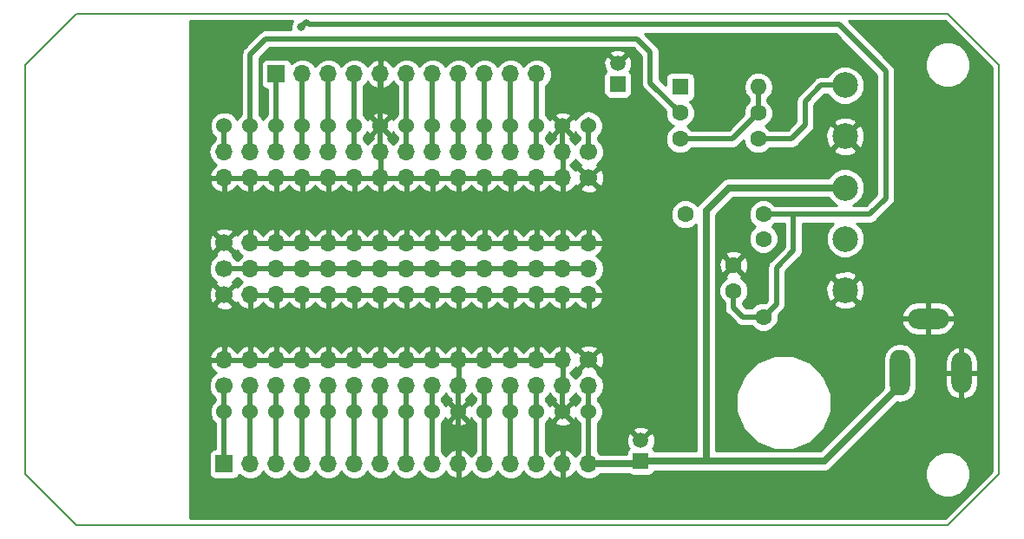
<source format=gbl>
G04 #@! TF.GenerationSoftware,KiCad,Pcbnew,5.0.2-bee76a0~70~ubuntu16.04.1*
G04 #@! TF.CreationDate,2019-03-06T16:09:25+01:00*
G04 #@! TF.ProjectId,Metering,4d657465-7269-46e6-972e-6b696361645f,rev?*
G04 #@! TF.SameCoordinates,Original*
G04 #@! TF.FileFunction,Copper,L2,Bot*
G04 #@! TF.FilePolarity,Positive*
%FSLAX46Y46*%
G04 Gerber Fmt 4.6, Leading zero omitted, Abs format (unit mm)*
G04 Created by KiCad (PCBNEW 5.0.2-bee76a0~70~ubuntu16.04.1) date Mi 06 Mär 2019 16:09:25 CET*
%MOMM*%
%LPD*%
G01*
G04 APERTURE LIST*
G04 #@! TA.AperFunction,NonConductor*
%ADD10C,0.150000*%
G04 #@! TD*
G04 #@! TA.AperFunction,ComponentPad*
%ADD11C,1.524000*%
G04 #@! TD*
G04 #@! TA.AperFunction,ComponentPad*
%ADD12R,1.600000X1.600000*%
G04 #@! TD*
G04 #@! TA.AperFunction,ComponentPad*
%ADD13O,1.600000X1.600000*%
G04 #@! TD*
G04 #@! TA.AperFunction,ComponentPad*
%ADD14C,2.500000*%
G04 #@! TD*
G04 #@! TA.AperFunction,ComponentPad*
%ADD15C,1.500000*%
G04 #@! TD*
G04 #@! TA.AperFunction,ComponentPad*
%ADD16R,1.500000X1.500000*%
G04 #@! TD*
G04 #@! TA.AperFunction,ComponentPad*
%ADD17C,1.600000*%
G04 #@! TD*
G04 #@! TA.AperFunction,ComponentPad*
%ADD18O,4.000500X1.998980*%
G04 #@! TD*
G04 #@! TA.AperFunction,ComponentPad*
%ADD19O,1.998980X4.000500*%
G04 #@! TD*
G04 #@! TA.AperFunction,ComponentPad*
%ADD20O,1.998980X4.500880*%
G04 #@! TD*
G04 #@! TA.AperFunction,ComponentPad*
%ADD21C,1.700000*%
G04 #@! TD*
G04 #@! TA.AperFunction,ComponentPad*
%ADD22O,1.700000X1.700000*%
G04 #@! TD*
G04 #@! TA.AperFunction,ComponentPad*
%ADD23R,1.700000X1.700000*%
G04 #@! TD*
G04 #@! TA.AperFunction,ViaPad*
%ADD24C,0.800000*%
G04 #@! TD*
G04 #@! TA.AperFunction,Conductor*
%ADD25C,0.500000*%
G04 #@! TD*
G04 #@! TA.AperFunction,Conductor*
%ADD26C,0.700000*%
G04 #@! TD*
G04 #@! TA.AperFunction,Conductor*
%ADD27C,0.254000*%
G04 #@! TD*
G04 APERTURE END LIST*
D10*
X105000000Y-95000000D02*
X110000000Y-100000000D01*
X105000000Y-55000000D02*
X110000000Y-50000000D01*
X195000000Y-100000000D02*
X200000000Y-95000000D01*
X195000000Y-50000000D02*
X200000000Y-55000000D01*
X105000000Y-95000000D02*
X105000000Y-55000000D01*
X195000000Y-100000000D02*
X110000000Y-100000000D01*
X200000000Y-55000000D02*
X200000000Y-95000000D01*
X110000000Y-50000000D02*
X195000000Y-50000000D01*
D11*
G04 #@! TO.P,U1,1*
G04 #@! TO.N,/A0*
X124420000Y-88900000D03*
G04 #@! TO.P,U1,2*
G04 #@! TO.N,/RSV1*
X126960000Y-88900000D03*
G04 #@! TO.P,U1,3*
G04 #@! TO.N,/RSV2*
X129500000Y-88900000D03*
G04 #@! TO.P,U1,4*
G04 #@! TO.N,/SD3*
X132040000Y-88900000D03*
G04 #@! TO.P,U1,5*
G04 #@! TO.N,/SD2*
X134580000Y-88900000D03*
G04 #@! TO.P,U1,6*
G04 #@! TO.N,/MOSI*
X137120000Y-88900000D03*
G04 #@! TO.P,U1,7*
G04 #@! TO.N,/CS*
X139660000Y-88900000D03*
G04 #@! TO.P,U1,8*
G04 #@! TO.N,/MISO*
X142200000Y-88900000D03*
G04 #@! TO.P,U1,9*
G04 #@! TO.N,/CLK*
X144740000Y-88900000D03*
G04 #@! TO.P,U1,10*
G04 #@! TO.N,GND*
X147280000Y-88900000D03*
G04 #@! TO.P,U1,11*
G04 #@! TO.N,+3V3*
X149820000Y-88900000D03*
G04 #@! TO.P,U1,12*
G04 #@! TO.N,/EN*
X152360000Y-88900000D03*
G04 #@! TO.P,U1,13*
G04 #@! TO.N,/RST*
X154900000Y-88900000D03*
G04 #@! TO.P,U1,14*
G04 #@! TO.N,GND*
X157440000Y-88900000D03*
G04 #@! TO.P,U1,15*
G04 #@! TO.N,+12V*
X159980000Y-88900000D03*
G04 #@! TO.P,U1,16*
G04 #@! TO.N,+3V3*
X159980000Y-60960000D03*
G04 #@! TO.P,U1,17*
G04 #@! TO.N,GND*
X157440000Y-60960000D03*
G04 #@! TO.P,U1,18*
G04 #@! TO.N,/TX*
X154900000Y-60960000D03*
G04 #@! TO.P,U1,19*
G04 #@! TO.N,/RX*
X152360000Y-60960000D03*
G04 #@! TO.P,U1,20*
G04 #@! TO.N,/D8*
X149820000Y-60960000D03*
G04 #@! TO.P,U1,21*
G04 #@! TO.N,/D7*
X147280000Y-60960000D03*
G04 #@! TO.P,U1,22*
G04 #@! TO.N,/D6*
X144740000Y-60960000D03*
G04 #@! TO.P,U1,23*
G04 #@! TO.N,/D5*
X142200000Y-60960000D03*
G04 #@! TO.P,U1,24*
G04 #@! TO.N,GND*
X139660000Y-60960000D03*
G04 #@! TO.P,U1,25*
G04 #@! TO.N,+3V3*
X137120000Y-60960000D03*
G04 #@! TO.P,U1,26*
G04 #@! TO.N,/D4*
X134580000Y-60960000D03*
G04 #@! TO.P,U1,27*
G04 #@! TO.N,/D3*
X132040000Y-60960000D03*
G04 #@! TO.P,U1,28*
G04 #@! TO.N,/D2*
X129500000Y-60960000D03*
G04 #@! TO.P,U1,29*
G04 #@! TO.N,Net-(J3-Pad14)*
X126960000Y-60960000D03*
G04 #@! TO.P,U1,30*
G04 #@! TO.N,Net-(J3-Pad15)*
X124420000Y-60960000D03*
G04 #@! TD*
D12*
G04 #@! TO.P,D1,1*
G04 #@! TO.N,+3V3*
X168910000Y-57150000D03*
D13*
G04 #@! TO.P,D1,2*
G04 #@! TO.N,Net-(D1-Pad2)*
X176530000Y-57150000D03*
G04 #@! TD*
D14*
G04 #@! TO.P,J9,5*
G04 #@! TO.N,/WATER*
X185000000Y-57000000D03*
G04 #@! TO.P,J9,4*
G04 #@! TO.N,GND*
X185000000Y-62000000D03*
G04 #@! TO.P,J9,3*
G04 #@! TO.N,+12V*
X185000000Y-67000000D03*
G04 #@! TO.P,J9,1*
G04 #@! TO.N,GND*
X185000000Y-77000000D03*
G04 #@! TO.P,J9,2*
G04 #@! TO.N,/GAS*
X185000000Y-72000000D03*
G04 #@! TD*
D15*
G04 #@! TO.P,C2,2*
G04 #@! TO.N,GND*
X162814000Y-54880000D03*
D16*
G04 #@! TO.P,C2,1*
G04 #@! TO.N,+3V3*
X162814000Y-56880000D03*
G04 #@! TD*
D17*
G04 #@! TO.P,R1,2*
G04 #@! TO.N,+3V3*
X169418000Y-69596000D03*
G04 #@! TO.P,R1,1*
G04 #@! TO.N,/D2*
X177038000Y-69596000D03*
G04 #@! TD*
G04 #@! TO.P,R2,1*
G04 #@! TO.N,Net-(D1-Pad2)*
X176530000Y-59690000D03*
G04 #@! TO.P,R2,2*
G04 #@! TO.N,Net-(J3-Pad14)*
X168910000Y-59690000D03*
G04 #@! TD*
G04 #@! TO.P,R3,1*
G04 #@! TO.N,/WATER*
X176530000Y-62230000D03*
G04 #@! TO.P,R3,2*
G04 #@! TO.N,Net-(D1-Pad2)*
X168910000Y-62230000D03*
G04 #@! TD*
D18*
G04 #@! TO.P,J1,2*
G04 #@! TO.N,GND*
X193100960Y-79789020D03*
D19*
G04 #@! TO.P,J1,3*
X196352160Y-85090000D03*
D20*
G04 #@! TO.P,J1,1*
G04 #@! TO.N,+12V*
X190350140Y-85090000D03*
G04 #@! TD*
D21*
G04 #@! TO.P,J2,1*
G04 #@! TO.N,/A0*
X124420000Y-86360000D03*
D22*
G04 #@! TO.P,J2,2*
G04 #@! TO.N,/RSV1*
X126960000Y-86360000D03*
G04 #@! TO.P,J2,3*
G04 #@! TO.N,/RSV2*
X129500000Y-86360000D03*
G04 #@! TO.P,J2,4*
G04 #@! TO.N,/SD3*
X132040000Y-86360000D03*
G04 #@! TO.P,J2,5*
G04 #@! TO.N,/SD2*
X134580000Y-86360000D03*
G04 #@! TO.P,J2,6*
G04 #@! TO.N,/MOSI*
X137120000Y-86360000D03*
G04 #@! TO.P,J2,7*
G04 #@! TO.N,/CS*
X139660000Y-86360000D03*
G04 #@! TO.P,J2,8*
G04 #@! TO.N,/MISO*
X142200000Y-86360000D03*
G04 #@! TO.P,J2,9*
G04 #@! TO.N,/CLK*
X144740000Y-86360000D03*
G04 #@! TO.P,J2,10*
G04 #@! TO.N,GND*
X147280000Y-86360000D03*
G04 #@! TO.P,J2,11*
G04 #@! TO.N,+3V3*
X149820000Y-86360000D03*
G04 #@! TO.P,J2,12*
G04 #@! TO.N,/EN*
X152360000Y-86360000D03*
G04 #@! TO.P,J2,13*
G04 #@! TO.N,/RST*
X154900000Y-86360000D03*
G04 #@! TO.P,J2,14*
G04 #@! TO.N,GND*
X157440000Y-86360000D03*
G04 #@! TO.P,J2,15*
G04 #@! TO.N,+12V*
X159980000Y-86360000D03*
G04 #@! TD*
D21*
G04 #@! TO.P,J3,1*
G04 #@! TO.N,+3V3*
X159980000Y-63500000D03*
D22*
G04 #@! TO.P,J3,2*
G04 #@! TO.N,GND*
X157440000Y-63500000D03*
G04 #@! TO.P,J3,3*
G04 #@! TO.N,/TX*
X154900000Y-63500000D03*
G04 #@! TO.P,J3,4*
G04 #@! TO.N,/RX*
X152360000Y-63500000D03*
G04 #@! TO.P,J3,5*
G04 #@! TO.N,/D8*
X149820000Y-63500000D03*
G04 #@! TO.P,J3,6*
G04 #@! TO.N,/D7*
X147280000Y-63500000D03*
G04 #@! TO.P,J3,7*
G04 #@! TO.N,/D6*
X144740000Y-63500000D03*
G04 #@! TO.P,J3,8*
G04 #@! TO.N,/D5*
X142200000Y-63500000D03*
G04 #@! TO.P,J3,9*
G04 #@! TO.N,GND*
X139660000Y-63500000D03*
G04 #@! TO.P,J3,10*
G04 #@! TO.N,+3V3*
X137120000Y-63500000D03*
G04 #@! TO.P,J3,11*
G04 #@! TO.N,/D4*
X134580000Y-63500000D03*
G04 #@! TO.P,J3,12*
G04 #@! TO.N,/D3*
X132040000Y-63500000D03*
G04 #@! TO.P,J3,13*
G04 #@! TO.N,/D2*
X129500000Y-63500000D03*
G04 #@! TO.P,J3,14*
G04 #@! TO.N,Net-(J3-Pad14)*
X126960000Y-63500000D03*
G04 #@! TO.P,J3,15*
G04 #@! TO.N,Net-(J3-Pad15)*
X124420000Y-63500000D03*
G04 #@! TD*
G04 #@! TO.P,J4,15*
G04 #@! TO.N,GND*
X124420000Y-66040000D03*
G04 #@! TO.P,J4,14*
X126960000Y-66040000D03*
G04 #@! TO.P,J4,13*
X129500000Y-66040000D03*
G04 #@! TO.P,J4,12*
X132040000Y-66040000D03*
G04 #@! TO.P,J4,11*
X134580000Y-66040000D03*
G04 #@! TO.P,J4,10*
X137120000Y-66040000D03*
G04 #@! TO.P,J4,9*
X139660000Y-66040000D03*
G04 #@! TO.P,J4,8*
X142200000Y-66040000D03*
G04 #@! TO.P,J4,7*
X144740000Y-66040000D03*
G04 #@! TO.P,J4,6*
X147280000Y-66040000D03*
G04 #@! TO.P,J4,5*
X149820000Y-66040000D03*
G04 #@! TO.P,J4,4*
X152360000Y-66040000D03*
G04 #@! TO.P,J4,3*
X154900000Y-66040000D03*
G04 #@! TO.P,J4,2*
X157440000Y-66040000D03*
D21*
G04 #@! TO.P,J4,1*
X159980000Y-66040000D03*
G04 #@! TD*
G04 #@! TO.P,J5,1*
G04 #@! TO.N,GND*
X159980000Y-83820000D03*
D22*
G04 #@! TO.P,J5,2*
X157440000Y-83820000D03*
G04 #@! TO.P,J5,3*
X154900000Y-83820000D03*
G04 #@! TO.P,J5,4*
X152360000Y-83820000D03*
G04 #@! TO.P,J5,5*
X149820000Y-83820000D03*
G04 #@! TO.P,J5,6*
X147280000Y-83820000D03*
G04 #@! TO.P,J5,7*
X144740000Y-83820000D03*
G04 #@! TO.P,J5,8*
X142200000Y-83820000D03*
G04 #@! TO.P,J5,9*
X139660000Y-83820000D03*
G04 #@! TO.P,J5,10*
X137120000Y-83820000D03*
G04 #@! TO.P,J5,11*
X134580000Y-83820000D03*
G04 #@! TO.P,J5,12*
X132040000Y-83820000D03*
G04 #@! TO.P,J5,13*
X129500000Y-83820000D03*
G04 #@! TO.P,J5,14*
X126960000Y-83820000D03*
G04 #@! TO.P,J5,15*
X124420000Y-83820000D03*
G04 #@! TD*
D21*
G04 #@! TO.P,J6,1*
G04 #@! TO.N,GND*
X124420000Y-72390000D03*
D22*
G04 #@! TO.P,J6,2*
X126960000Y-72390000D03*
G04 #@! TO.P,J6,3*
X129500000Y-72390000D03*
G04 #@! TO.P,J6,4*
X132040000Y-72390000D03*
G04 #@! TO.P,J6,5*
X134580000Y-72390000D03*
G04 #@! TO.P,J6,6*
X137120000Y-72390000D03*
G04 #@! TO.P,J6,7*
X139660000Y-72390000D03*
G04 #@! TO.P,J6,8*
X142200000Y-72390000D03*
G04 #@! TO.P,J6,9*
X144740000Y-72390000D03*
G04 #@! TO.P,J6,10*
X147280000Y-72390000D03*
G04 #@! TO.P,J6,11*
X149820000Y-72390000D03*
G04 #@! TO.P,J6,12*
X152360000Y-72390000D03*
G04 #@! TO.P,J6,13*
X154900000Y-72390000D03*
G04 #@! TO.P,J6,14*
X157440000Y-72390000D03*
G04 #@! TO.P,J6,15*
X159980000Y-72390000D03*
G04 #@! TD*
D21*
G04 #@! TO.P,J7,1*
G04 #@! TO.N,GND*
X124420000Y-77470000D03*
D22*
G04 #@! TO.P,J7,2*
X126960000Y-77470000D03*
G04 #@! TO.P,J7,3*
X129500000Y-77470000D03*
G04 #@! TO.P,J7,4*
X132040000Y-77470000D03*
G04 #@! TO.P,J7,5*
X134580000Y-77470000D03*
G04 #@! TO.P,J7,6*
X137120000Y-77470000D03*
G04 #@! TO.P,J7,7*
X139660000Y-77470000D03*
G04 #@! TO.P,J7,8*
X142200000Y-77470000D03*
G04 #@! TO.P,J7,9*
X144740000Y-77470000D03*
G04 #@! TO.P,J7,10*
X147280000Y-77470000D03*
G04 #@! TO.P,J7,11*
X149820000Y-77470000D03*
G04 #@! TO.P,J7,12*
X152360000Y-77470000D03*
G04 #@! TO.P,J7,13*
X154900000Y-77470000D03*
G04 #@! TO.P,J7,14*
X157440000Y-77470000D03*
G04 #@! TO.P,J7,15*
X159980000Y-77470000D03*
G04 #@! TD*
D21*
G04 #@! TO.P,J8,1*
G04 #@! TO.N,+3V3*
X124420000Y-74930000D03*
D22*
G04 #@! TO.P,J8,2*
X126960000Y-74930000D03*
G04 #@! TO.P,J8,3*
X129500000Y-74930000D03*
G04 #@! TO.P,J8,4*
X132040000Y-74930000D03*
G04 #@! TO.P,J8,5*
X134580000Y-74930000D03*
G04 #@! TO.P,J8,6*
X137120000Y-74930000D03*
G04 #@! TO.P,J8,7*
X139660000Y-74930000D03*
G04 #@! TO.P,J8,8*
X142200000Y-74930000D03*
G04 #@! TO.P,J8,9*
X144740000Y-74930000D03*
G04 #@! TO.P,J8,10*
X147280000Y-74930000D03*
G04 #@! TO.P,J8,11*
X149820000Y-74930000D03*
G04 #@! TO.P,J8,12*
X152360000Y-74930000D03*
G04 #@! TO.P,J8,13*
X154900000Y-74930000D03*
G04 #@! TO.P,J8,14*
X157440000Y-74930000D03*
G04 #@! TO.P,J8,15*
X159980000Y-74930000D03*
G04 #@! TD*
D16*
G04 #@! TO.P,C1,1*
G04 #@! TO.N,+12V*
X165060000Y-93710000D03*
D15*
G04 #@! TO.P,C1,2*
G04 #@! TO.N,GND*
X165060000Y-91710000D03*
G04 #@! TD*
D23*
G04 #@! TO.P,J10,1*
G04 #@! TO.N,/A0*
X124420000Y-93980000D03*
D22*
G04 #@! TO.P,J10,2*
G04 #@! TO.N,/RSV1*
X126960000Y-93980000D03*
G04 #@! TO.P,J10,3*
G04 #@! TO.N,/RSV2*
X129500000Y-93980000D03*
G04 #@! TO.P,J10,4*
G04 #@! TO.N,/SD3*
X132040000Y-93980000D03*
G04 #@! TO.P,J10,5*
G04 #@! TO.N,/SD2*
X134580000Y-93980000D03*
G04 #@! TO.P,J10,6*
G04 #@! TO.N,/MOSI*
X137120000Y-93980000D03*
G04 #@! TO.P,J10,7*
G04 #@! TO.N,/CS*
X139660000Y-93980000D03*
G04 #@! TO.P,J10,8*
G04 #@! TO.N,/MISO*
X142200000Y-93980000D03*
G04 #@! TO.P,J10,9*
G04 #@! TO.N,/CLK*
X144740000Y-93980000D03*
G04 #@! TO.P,J10,10*
G04 #@! TO.N,GND*
X147280000Y-93980000D03*
G04 #@! TO.P,J10,11*
G04 #@! TO.N,+3V3*
X149820000Y-93980000D03*
G04 #@! TO.P,J10,12*
G04 #@! TO.N,/EN*
X152360000Y-93980000D03*
G04 #@! TO.P,J10,13*
G04 #@! TO.N,/RST*
X154900000Y-93980000D03*
G04 #@! TO.P,J10,14*
G04 #@! TO.N,GND*
X157440000Y-93980000D03*
G04 #@! TO.P,J10,15*
G04 #@! TO.N,+12V*
X159980000Y-93980000D03*
G04 #@! TD*
D23*
G04 #@! TO.P,J11,1*
G04 #@! TO.N,/D2*
X129500000Y-55880000D03*
D22*
G04 #@! TO.P,J11,2*
G04 #@! TO.N,/D3*
X132040000Y-55880000D03*
G04 #@! TO.P,J11,3*
G04 #@! TO.N,/D4*
X134580000Y-55880000D03*
G04 #@! TO.P,J11,4*
G04 #@! TO.N,+3V3*
X137120000Y-55880000D03*
G04 #@! TO.P,J11,5*
G04 #@! TO.N,GND*
X139660000Y-55880000D03*
G04 #@! TO.P,J11,6*
G04 #@! TO.N,/D5*
X142200000Y-55880000D03*
G04 #@! TO.P,J11,7*
G04 #@! TO.N,/D6*
X144740000Y-55880000D03*
G04 #@! TO.P,J11,8*
G04 #@! TO.N,/D7*
X147280000Y-55880000D03*
G04 #@! TO.P,J11,9*
G04 #@! TO.N,/D8*
X149820000Y-55880000D03*
G04 #@! TO.P,J11,10*
G04 #@! TO.N,/RX*
X152360000Y-55880000D03*
G04 #@! TO.P,J11,11*
G04 #@! TO.N,/TX*
X154900000Y-55880000D03*
G04 #@! TD*
D17*
G04 #@! TO.P,C3,1*
G04 #@! TO.N,/D2*
X174117000Y-77089000D03*
G04 #@! TO.P,C3,2*
G04 #@! TO.N,GND*
X174117000Y-74589000D03*
G04 #@! TD*
G04 #@! TO.P,R4,1*
G04 #@! TO.N,/GAS*
X177038000Y-72009000D03*
G04 #@! TO.P,R4,2*
G04 #@! TO.N,/D2*
X177038000Y-79629000D03*
G04 #@! TD*
D24*
G04 #@! TO.N,/D2*
X131953000Y-51308000D03*
G04 #@! TD*
D25*
G04 #@! TO.N,+3V3*
X124420000Y-74930000D02*
X126960000Y-74930000D01*
X126960000Y-74930000D02*
X129500000Y-74930000D01*
X129500000Y-74930000D02*
X132040000Y-74930000D01*
X132040000Y-74930000D02*
X134580000Y-74930000D01*
X134580000Y-74930000D02*
X137120000Y-74930000D01*
X137120000Y-74930000D02*
X139660000Y-74930000D01*
X139660000Y-74930000D02*
X142200000Y-74930000D01*
X142200000Y-74930000D02*
X144740000Y-74930000D01*
X144740000Y-74930000D02*
X147280000Y-74930000D01*
X147280000Y-74930000D02*
X149820000Y-74930000D01*
X149820000Y-74930000D02*
X152360000Y-74930000D01*
X152360000Y-74930000D02*
X154900000Y-74930000D01*
X154900000Y-74930000D02*
X157440000Y-74930000D01*
X157440000Y-74930000D02*
X159980000Y-74930000D01*
X149820000Y-86360000D02*
X149820000Y-88900000D01*
X159980000Y-60960000D02*
X159980000Y-63500000D01*
X137120000Y-60960000D02*
X137120000Y-63500000D01*
X149820000Y-88900000D02*
X149820000Y-93980000D01*
X137120000Y-55880000D02*
X137120000Y-60960000D01*
X159980000Y-60960000D02*
X159980000Y-60325000D01*
G04 #@! TO.N,Net-(D1-Pad2)*
X173990000Y-62230000D02*
X176530000Y-59690000D01*
X168910000Y-62230000D02*
X173990000Y-62230000D01*
X176530000Y-59690000D02*
X176530000Y-57150000D01*
G04 #@! TO.N,/GAS*
X184991000Y-72009000D02*
X185000000Y-72000000D01*
G04 #@! TO.N,/WATER*
X182649000Y-57000000D02*
X185000000Y-57000000D01*
X181102000Y-60898000D02*
X181102000Y-58547000D01*
X176530000Y-62230000D02*
X179770000Y-62230000D01*
X181102000Y-58547000D02*
X182649000Y-57000000D01*
X179770000Y-62230000D02*
X181102000Y-60898000D01*
G04 #@! TO.N,GND*
X147280000Y-86360000D02*
X147280000Y-88900000D01*
X157440000Y-86360000D02*
X157440000Y-88900000D01*
X157440000Y-60960000D02*
X157440000Y-63500000D01*
X139660000Y-63500000D02*
X139660000Y-60960000D01*
X147280000Y-88900000D02*
X147280000Y-93980000D01*
X139660000Y-55880000D02*
X139660000Y-60960000D01*
G04 #@! TO.N,+12V*
X159980000Y-86360000D02*
X159980000Y-88900000D01*
X159980000Y-88900000D02*
X159980000Y-93980000D01*
D26*
X164790000Y-93980000D02*
X165060000Y-93710000D01*
X159980000Y-93980000D02*
X164790000Y-93980000D01*
X173665000Y-67000000D02*
X185000000Y-67000000D01*
X171450000Y-93710000D02*
X171450000Y-69215000D01*
X171450000Y-69215000D02*
X173665000Y-67000000D01*
X190350140Y-86340950D02*
X190350140Y-85090000D01*
X182981090Y-93710000D02*
X190350140Y-86340950D01*
X171450000Y-93710000D02*
X182981090Y-93710000D01*
X165060000Y-93710000D02*
X171450000Y-93710000D01*
D25*
G04 #@! TO.N,/A0*
X124420000Y-86360000D02*
X124420000Y-88900000D01*
X124420000Y-88900000D02*
X124420000Y-93980000D01*
G04 #@! TO.N,/SD3*
X132040000Y-86360000D02*
X132040000Y-88900000D01*
X132040000Y-88900000D02*
X132040000Y-93980000D01*
G04 #@! TO.N,/SD2*
X134580000Y-86360000D02*
X134580000Y-88900000D01*
X134580000Y-88900000D02*
X134580000Y-93980000D01*
G04 #@! TO.N,/MOSI*
X137120000Y-86360000D02*
X137120000Y-88900000D01*
X137120000Y-88900000D02*
X137120000Y-93980000D01*
G04 #@! TO.N,/CS*
X139660000Y-86360000D02*
X139660000Y-88900000D01*
X139660000Y-88900000D02*
X139660000Y-93980000D01*
G04 #@! TO.N,/MISO*
X142200000Y-86360000D02*
X142200000Y-88900000D01*
X142200000Y-88900000D02*
X142200000Y-93980000D01*
G04 #@! TO.N,/CLK*
X144740000Y-86360000D02*
X144740000Y-88900000D01*
X144740000Y-88900000D02*
X144740000Y-93980000D01*
G04 #@! TO.N,/EN*
X152360000Y-86360000D02*
X152360000Y-88900000D01*
X152360000Y-88900000D02*
X152360000Y-93980000D01*
G04 #@! TO.N,/RST*
X154900000Y-86360000D02*
X154900000Y-88900000D01*
X154900000Y-88900000D02*
X154900000Y-93980000D01*
G04 #@! TO.N,/TX*
X154900000Y-60960000D02*
X154900000Y-63500000D01*
X154900000Y-55880000D02*
X154900000Y-60960000D01*
G04 #@! TO.N,/RX*
X152360000Y-60960000D02*
X152360000Y-63500000D01*
X152360000Y-55880000D02*
X152360000Y-60960000D01*
G04 #@! TO.N,/D8*
X149820000Y-60960000D02*
X149820000Y-63500000D01*
X149820000Y-55880000D02*
X149820000Y-60960000D01*
G04 #@! TO.N,/D7*
X147280000Y-60960000D02*
X147280000Y-63500000D01*
X147280000Y-55880000D02*
X147280000Y-60960000D01*
G04 #@! TO.N,/D6*
X144740000Y-60960000D02*
X144740000Y-63500000D01*
X144740000Y-55880000D02*
X144740000Y-60960000D01*
G04 #@! TO.N,/D5*
X142200000Y-60960000D02*
X142200000Y-63500000D01*
X142200000Y-60960000D02*
X142200000Y-55880000D01*
G04 #@! TO.N,/D4*
X134580000Y-60960000D02*
X134580000Y-63500000D01*
X134580000Y-55880000D02*
X134580000Y-60960000D01*
G04 #@! TO.N,/D3*
X132040000Y-60960000D02*
X132040000Y-63500000D01*
X132040000Y-55880000D02*
X132040000Y-60960000D01*
G04 #@! TO.N,/D2*
X129500000Y-60960000D02*
X129500000Y-63500000D01*
X129500000Y-55880000D02*
X129500000Y-60960000D01*
G04 #@! TO.N,Net-(J3-Pad14)*
X126960000Y-60960000D02*
X126960000Y-63500000D01*
X126960000Y-60960000D02*
X126960000Y-53975000D01*
X128484000Y-52451000D02*
X126960000Y-53975000D01*
X164679000Y-52451000D02*
X128484000Y-52451000D01*
G04 #@! TO.N,/RSV1*
X126960000Y-86360000D02*
X126960000Y-88900000D01*
X126960000Y-88900000D02*
X126960000Y-93980000D01*
G04 #@! TO.N,/RSV2*
X129500000Y-86360000D02*
X129500000Y-88900000D01*
X129500000Y-88900000D02*
X129500000Y-93980000D01*
G04 #@! TO.N,Net-(J3-Pad15)*
X124420000Y-63500000D02*
X124420000Y-60960000D01*
G04 #@! TO.N,/D2*
X187404000Y-69596000D02*
X188976000Y-68024000D01*
X188976000Y-68024000D02*
X188976000Y-55626000D01*
X188976000Y-55626000D02*
X184404000Y-51054000D01*
X178288001Y-78378999D02*
X178288001Y-74822999D01*
X177038000Y-79629000D02*
X178288001Y-78378999D01*
X179959000Y-73152000D02*
X179959000Y-69596000D01*
X178288001Y-74822999D02*
X179959000Y-73152000D01*
X177038000Y-69596000D02*
X179959000Y-69596000D01*
X179959000Y-69596000D02*
X187404000Y-69596000D01*
X177038000Y-79629000D02*
X175006000Y-79629000D01*
X174117000Y-78740000D02*
X174117000Y-77089000D01*
X175006000Y-79629000D02*
X174117000Y-78740000D01*
X131953000Y-51308000D02*
X132461000Y-50800000D01*
X132715000Y-51054000D02*
X132461000Y-50800000D01*
X184404000Y-51054000D02*
X132715000Y-51054000D01*
G04 #@! TO.N,Net-(J3-Pad14)*
X168910000Y-59690000D02*
X166000000Y-56780000D01*
X166000000Y-53772000D02*
X164679000Y-52451000D01*
X166000000Y-56780000D02*
X166000000Y-53772000D01*
G04 #@! TD*
D27*
G04 #@! TO.N,GND*
G36*
X131075569Y-50721720D02*
X130918000Y-51102126D01*
X130918000Y-51513874D01*
X130939591Y-51566000D01*
X128571159Y-51566000D01*
X128483999Y-51548663D01*
X128396839Y-51566000D01*
X128396835Y-51566000D01*
X128138690Y-51617348D01*
X128138688Y-51617349D01*
X128138689Y-51617349D01*
X127919845Y-51763576D01*
X127919844Y-51763577D01*
X127845951Y-51812951D01*
X127796577Y-51886844D01*
X126395845Y-53287577D01*
X126321952Y-53336951D01*
X126272578Y-53410844D01*
X126272576Y-53410846D01*
X126126348Y-53629691D01*
X126057663Y-53975000D01*
X126075001Y-54062165D01*
X126075000Y-59869343D01*
X125775680Y-60168663D01*
X125690000Y-60375513D01*
X125604320Y-60168663D01*
X125211337Y-59775680D01*
X124697881Y-59563000D01*
X124142119Y-59563000D01*
X123628663Y-59775680D01*
X123235680Y-60168663D01*
X123023000Y-60682119D01*
X123023000Y-61237881D01*
X123235680Y-61751337D01*
X123535001Y-62050658D01*
X123535000Y-62305344D01*
X123349375Y-62429375D01*
X123021161Y-62920582D01*
X122905908Y-63500000D01*
X123021161Y-64079418D01*
X123349375Y-64570625D01*
X123649786Y-64771353D01*
X123224817Y-65158642D01*
X122978514Y-65683108D01*
X123099181Y-65913000D01*
X124293000Y-65913000D01*
X124293000Y-65893000D01*
X124547000Y-65893000D01*
X124547000Y-65913000D01*
X126833000Y-65913000D01*
X126833000Y-65893000D01*
X127087000Y-65893000D01*
X127087000Y-65913000D01*
X129373000Y-65913000D01*
X129373000Y-65893000D01*
X129627000Y-65893000D01*
X129627000Y-65913000D01*
X131913000Y-65913000D01*
X131913000Y-65893000D01*
X132167000Y-65893000D01*
X132167000Y-65913000D01*
X134453000Y-65913000D01*
X134453000Y-65893000D01*
X134707000Y-65893000D01*
X134707000Y-65913000D01*
X136993000Y-65913000D01*
X136993000Y-65893000D01*
X137247000Y-65893000D01*
X137247000Y-65913000D01*
X139533000Y-65913000D01*
X139533000Y-63627000D01*
X139513000Y-63627000D01*
X139513000Y-63373000D01*
X139533000Y-63373000D01*
X139533000Y-63353000D01*
X139787000Y-63353000D01*
X139787000Y-63373000D01*
X139807000Y-63373000D01*
X139807000Y-63627000D01*
X139787000Y-63627000D01*
X139787000Y-65913000D01*
X142073000Y-65913000D01*
X142073000Y-65893000D01*
X142327000Y-65893000D01*
X142327000Y-65913000D01*
X144613000Y-65913000D01*
X144613000Y-65893000D01*
X144867000Y-65893000D01*
X144867000Y-65913000D01*
X147153000Y-65913000D01*
X147153000Y-65893000D01*
X147407000Y-65893000D01*
X147407000Y-65913000D01*
X149693000Y-65913000D01*
X149693000Y-65893000D01*
X149947000Y-65893000D01*
X149947000Y-65913000D01*
X152233000Y-65913000D01*
X152233000Y-65893000D01*
X152487000Y-65893000D01*
X152487000Y-65913000D01*
X154773000Y-65913000D01*
X154773000Y-65893000D01*
X155027000Y-65893000D01*
X155027000Y-65913000D01*
X157313000Y-65913000D01*
X157313000Y-63627000D01*
X157293000Y-63627000D01*
X157293000Y-63373000D01*
X157313000Y-63373000D01*
X157313000Y-63353000D01*
X157567000Y-63353000D01*
X157567000Y-63373000D01*
X157587000Y-63373000D01*
X157587000Y-63627000D01*
X157567000Y-63627000D01*
X157567000Y-65913000D01*
X157587000Y-65913000D01*
X157587000Y-66167000D01*
X157567000Y-66167000D01*
X157567000Y-67360155D01*
X157796890Y-67481476D01*
X158206924Y-67311645D01*
X158456763Y-67083958D01*
X159115647Y-67083958D01*
X159195920Y-67335259D01*
X159751279Y-67536718D01*
X160341458Y-67510315D01*
X160764080Y-67335259D01*
X160844353Y-67083958D01*
X159980000Y-66219605D01*
X159115647Y-67083958D01*
X158456763Y-67083958D01*
X158635183Y-66921358D01*
X158682926Y-66819697D01*
X158684741Y-66824080D01*
X158936042Y-66904353D01*
X159800395Y-66040000D01*
X160159605Y-66040000D01*
X161023958Y-66904353D01*
X161275259Y-66824080D01*
X161476718Y-66268721D01*
X161450315Y-65678542D01*
X161275259Y-65255920D01*
X161023958Y-65175647D01*
X160159605Y-66040000D01*
X159800395Y-66040000D01*
X158936042Y-65175647D01*
X158684741Y-65255920D01*
X158683053Y-65260574D01*
X158635183Y-65158642D01*
X158208729Y-64770000D01*
X158635183Y-64381358D01*
X158689665Y-64265347D01*
X158721078Y-64341185D01*
X159138815Y-64758922D01*
X159185247Y-64778155D01*
X159115647Y-64996042D01*
X159980000Y-65860395D01*
X160844353Y-64996042D01*
X160774753Y-64778155D01*
X160821185Y-64758922D01*
X161238922Y-64341185D01*
X161465000Y-63795385D01*
X161465000Y-63204615D01*
X161238922Y-62658815D01*
X160865000Y-62284893D01*
X160865000Y-62050657D01*
X161164320Y-61751337D01*
X161377000Y-61237881D01*
X161377000Y-60682119D01*
X161164320Y-60168663D01*
X160771337Y-59775680D01*
X160641363Y-59721843D01*
X160618049Y-59686951D01*
X160325310Y-59491348D01*
X159980000Y-59422662D01*
X159634691Y-59491348D01*
X159341952Y-59686951D01*
X159318638Y-59721843D01*
X159188663Y-59775680D01*
X158795680Y-60168663D01*
X158716572Y-60359647D01*
X158662397Y-60228857D01*
X158420213Y-60159392D01*
X157619605Y-60960000D01*
X158420213Y-61760608D01*
X158662397Y-61691143D01*
X158712535Y-61550607D01*
X158795680Y-61751337D01*
X159095000Y-62050657D01*
X159095001Y-62284892D01*
X158721078Y-62658815D01*
X158689665Y-62734653D01*
X158635183Y-62618642D01*
X158206924Y-62228355D01*
X158133555Y-62197966D01*
X158171143Y-62182397D01*
X158240608Y-61940213D01*
X157440000Y-61139605D01*
X156639392Y-61940213D01*
X156708857Y-62182397D01*
X156749246Y-62196806D01*
X156673076Y-62228355D01*
X156244817Y-62618642D01*
X156183843Y-62748478D01*
X155970625Y-62429375D01*
X155785000Y-62305344D01*
X155785000Y-62050657D01*
X156084320Y-61751337D01*
X156163428Y-61560353D01*
X156217603Y-61691143D01*
X156459787Y-61760608D01*
X157260395Y-60960000D01*
X156459787Y-60159392D01*
X156217603Y-60228857D01*
X156167465Y-60369393D01*
X156084320Y-60168663D01*
X155895444Y-59979787D01*
X156639392Y-59979787D01*
X157440000Y-60780395D01*
X158240608Y-59979787D01*
X158171143Y-59737603D01*
X157647698Y-59550856D01*
X157092632Y-59578638D01*
X156708857Y-59737603D01*
X156639392Y-59979787D01*
X155895444Y-59979787D01*
X155785000Y-59869343D01*
X155785000Y-57074656D01*
X155970625Y-56950625D01*
X156298839Y-56459418D01*
X156364364Y-56130000D01*
X161416560Y-56130000D01*
X161416560Y-57630000D01*
X161465843Y-57877765D01*
X161606191Y-58087809D01*
X161816235Y-58228157D01*
X162064000Y-58277440D01*
X163564000Y-58277440D01*
X163811765Y-58228157D01*
X164021809Y-58087809D01*
X164162157Y-57877765D01*
X164211440Y-57630000D01*
X164211440Y-56130000D01*
X164162157Y-55882235D01*
X164021809Y-55672191D01*
X163951356Y-55625116D01*
X164026460Y-55603923D01*
X164211201Y-55084829D01*
X164183230Y-54534552D01*
X164026460Y-54156077D01*
X163785517Y-54088088D01*
X162993605Y-54880000D01*
X163007748Y-54894143D01*
X162828143Y-55073748D01*
X162814000Y-55059605D01*
X162799858Y-55073748D01*
X162620253Y-54894143D01*
X162634395Y-54880000D01*
X161842483Y-54088088D01*
X161601540Y-54156077D01*
X161416799Y-54675171D01*
X161444770Y-55225448D01*
X161601540Y-55603923D01*
X161676644Y-55625116D01*
X161606191Y-55672191D01*
X161465843Y-55882235D01*
X161416560Y-56130000D01*
X156364364Y-56130000D01*
X156414092Y-55880000D01*
X156298839Y-55300582D01*
X155970625Y-54809375D01*
X155479418Y-54481161D01*
X155046256Y-54395000D01*
X154753744Y-54395000D01*
X154320582Y-54481161D01*
X153829375Y-54809375D01*
X153630000Y-55107761D01*
X153430625Y-54809375D01*
X152939418Y-54481161D01*
X152506256Y-54395000D01*
X152213744Y-54395000D01*
X151780582Y-54481161D01*
X151289375Y-54809375D01*
X151090000Y-55107761D01*
X150890625Y-54809375D01*
X150399418Y-54481161D01*
X149966256Y-54395000D01*
X149673744Y-54395000D01*
X149240582Y-54481161D01*
X148749375Y-54809375D01*
X148550000Y-55107761D01*
X148350625Y-54809375D01*
X147859418Y-54481161D01*
X147426256Y-54395000D01*
X147133744Y-54395000D01*
X146700582Y-54481161D01*
X146209375Y-54809375D01*
X146010000Y-55107761D01*
X145810625Y-54809375D01*
X145319418Y-54481161D01*
X144886256Y-54395000D01*
X144593744Y-54395000D01*
X144160582Y-54481161D01*
X143669375Y-54809375D01*
X143470000Y-55107761D01*
X143270625Y-54809375D01*
X142779418Y-54481161D01*
X142346256Y-54395000D01*
X142053744Y-54395000D01*
X141620582Y-54481161D01*
X141129375Y-54809375D01*
X140916157Y-55128478D01*
X140855183Y-54998642D01*
X140426924Y-54608355D01*
X140016890Y-54438524D01*
X139787000Y-54559845D01*
X139787000Y-55753000D01*
X139807000Y-55753000D01*
X139807000Y-56007000D01*
X139787000Y-56007000D01*
X139787000Y-57200155D01*
X140016890Y-57321476D01*
X140426924Y-57151645D01*
X140855183Y-56761358D01*
X140916157Y-56631522D01*
X141129375Y-56950625D01*
X141315001Y-57074656D01*
X141315000Y-59869343D01*
X141015680Y-60168663D01*
X140936572Y-60359647D01*
X140882397Y-60228857D01*
X140640213Y-60159392D01*
X139839605Y-60960000D01*
X140640213Y-61760608D01*
X140882397Y-61691143D01*
X140932535Y-61550607D01*
X141015680Y-61751337D01*
X141315000Y-62050657D01*
X141315001Y-62305344D01*
X141129375Y-62429375D01*
X140916157Y-62748478D01*
X140855183Y-62618642D01*
X140426924Y-62228355D01*
X140353555Y-62197966D01*
X140391143Y-62182397D01*
X140460608Y-61940213D01*
X139660000Y-61139605D01*
X138859392Y-61940213D01*
X138928857Y-62182397D01*
X138969246Y-62196806D01*
X138893076Y-62228355D01*
X138464817Y-62618642D01*
X138403843Y-62748478D01*
X138190625Y-62429375D01*
X138005000Y-62305344D01*
X138005000Y-62050657D01*
X138304320Y-61751337D01*
X138383428Y-61560353D01*
X138437603Y-61691143D01*
X138679787Y-61760608D01*
X139480395Y-60960000D01*
X138679787Y-60159392D01*
X138437603Y-60228857D01*
X138387465Y-60369393D01*
X138304320Y-60168663D01*
X138115444Y-59979787D01*
X138859392Y-59979787D01*
X139660000Y-60780395D01*
X140460608Y-59979787D01*
X140391143Y-59737603D01*
X139867698Y-59550856D01*
X139312632Y-59578638D01*
X138928857Y-59737603D01*
X138859392Y-59979787D01*
X138115444Y-59979787D01*
X138005000Y-59869343D01*
X138005000Y-57074656D01*
X138190625Y-56950625D01*
X138403843Y-56631522D01*
X138464817Y-56761358D01*
X138893076Y-57151645D01*
X139303110Y-57321476D01*
X139533000Y-57200155D01*
X139533000Y-56007000D01*
X139513000Y-56007000D01*
X139513000Y-55753000D01*
X139533000Y-55753000D01*
X139533000Y-54559845D01*
X139303110Y-54438524D01*
X138893076Y-54608355D01*
X138464817Y-54998642D01*
X138403843Y-55128478D01*
X138190625Y-54809375D01*
X137699418Y-54481161D01*
X137266256Y-54395000D01*
X136973744Y-54395000D01*
X136540582Y-54481161D01*
X136049375Y-54809375D01*
X135850000Y-55107761D01*
X135650625Y-54809375D01*
X135159418Y-54481161D01*
X134726256Y-54395000D01*
X134433744Y-54395000D01*
X134000582Y-54481161D01*
X133509375Y-54809375D01*
X133310000Y-55107761D01*
X133110625Y-54809375D01*
X132619418Y-54481161D01*
X132186256Y-54395000D01*
X131893744Y-54395000D01*
X131460582Y-54481161D01*
X130969375Y-54809375D01*
X130957184Y-54827619D01*
X130948157Y-54782235D01*
X130807809Y-54572191D01*
X130597765Y-54431843D01*
X130350000Y-54382560D01*
X128650000Y-54382560D01*
X128402235Y-54431843D01*
X128192191Y-54572191D01*
X128051843Y-54782235D01*
X128002560Y-55030000D01*
X128002560Y-56730000D01*
X128051843Y-56977765D01*
X128192191Y-57187809D01*
X128402235Y-57328157D01*
X128615000Y-57370478D01*
X128615001Y-59869342D01*
X128315680Y-60168663D01*
X128230000Y-60375513D01*
X128144320Y-60168663D01*
X127845000Y-59869343D01*
X127845000Y-54341578D01*
X128278095Y-53908483D01*
X162022088Y-53908483D01*
X162814000Y-54700395D01*
X163605912Y-53908483D01*
X163537923Y-53667540D01*
X163018829Y-53482799D01*
X162468552Y-53510770D01*
X162090077Y-53667540D01*
X162022088Y-53908483D01*
X128278095Y-53908483D01*
X128850579Y-53336000D01*
X164312422Y-53336000D01*
X165115001Y-54138580D01*
X165115000Y-56692839D01*
X165097663Y-56780000D01*
X165115000Y-56867161D01*
X165115000Y-56867164D01*
X165166348Y-57125309D01*
X165361951Y-57418049D01*
X165435847Y-57467425D01*
X167475000Y-59506579D01*
X167475000Y-59975439D01*
X167693466Y-60502862D01*
X168097138Y-60906534D01*
X168226216Y-60960000D01*
X168097138Y-61013466D01*
X167693466Y-61417138D01*
X167475000Y-61944561D01*
X167475000Y-62515439D01*
X167693466Y-63042862D01*
X168097138Y-63446534D01*
X168624561Y-63665000D01*
X169195439Y-63665000D01*
X169722862Y-63446534D01*
X170054396Y-63115000D01*
X173902839Y-63115000D01*
X173990000Y-63132337D01*
X174077161Y-63115000D01*
X174077165Y-63115000D01*
X174335310Y-63063652D01*
X174628049Y-62868049D01*
X174677425Y-62794153D01*
X175095000Y-62376578D01*
X175095000Y-62515439D01*
X175313466Y-63042862D01*
X175717138Y-63446534D01*
X176244561Y-63665000D01*
X176815439Y-63665000D01*
X177342862Y-63446534D01*
X177456076Y-63333320D01*
X183846285Y-63333320D01*
X183975533Y-63626123D01*
X184675806Y-63894388D01*
X185425435Y-63874250D01*
X186024467Y-63626123D01*
X186153715Y-63333320D01*
X185000000Y-62179605D01*
X183846285Y-63333320D01*
X177456076Y-63333320D01*
X177674396Y-63115000D01*
X179682839Y-63115000D01*
X179770000Y-63132337D01*
X179857161Y-63115000D01*
X179857165Y-63115000D01*
X180115310Y-63063652D01*
X180408049Y-62868049D01*
X180457425Y-62794153D01*
X181575772Y-61675806D01*
X183105612Y-61675806D01*
X183125750Y-62425435D01*
X183373877Y-63024467D01*
X183666680Y-63153715D01*
X184820395Y-62000000D01*
X185179605Y-62000000D01*
X186333320Y-63153715D01*
X186626123Y-63024467D01*
X186894388Y-62324194D01*
X186874250Y-61574565D01*
X186626123Y-60975533D01*
X186333320Y-60846285D01*
X185179605Y-62000000D01*
X184820395Y-62000000D01*
X183666680Y-60846285D01*
X183373877Y-60975533D01*
X183105612Y-61675806D01*
X181575772Y-61675806D01*
X181666156Y-61585423D01*
X181740049Y-61536049D01*
X181935652Y-61243310D01*
X181987000Y-60985165D01*
X181987000Y-60985161D01*
X182004337Y-60898001D01*
X181987000Y-60810841D01*
X181987000Y-60666680D01*
X183846285Y-60666680D01*
X185000000Y-61820395D01*
X186153715Y-60666680D01*
X186024467Y-60373877D01*
X185324194Y-60105612D01*
X184574565Y-60125750D01*
X183975533Y-60373877D01*
X183846285Y-60666680D01*
X181987000Y-60666680D01*
X181987000Y-58913578D01*
X183015579Y-57885000D01*
X183326269Y-57885000D01*
X183401974Y-58067767D01*
X183932233Y-58598026D01*
X184625050Y-58885000D01*
X185374950Y-58885000D01*
X186067767Y-58598026D01*
X186598026Y-58067767D01*
X186885000Y-57374950D01*
X186885000Y-56625050D01*
X186598026Y-55932233D01*
X186067767Y-55401974D01*
X185374950Y-55115000D01*
X184625050Y-55115000D01*
X183932233Y-55401974D01*
X183401974Y-55932233D01*
X183326269Y-56115000D01*
X182736159Y-56115000D01*
X182648999Y-56097663D01*
X182561839Y-56115000D01*
X182561835Y-56115000D01*
X182303690Y-56166348D01*
X182303688Y-56166349D01*
X182303689Y-56166349D01*
X182084845Y-56312576D01*
X182084844Y-56312577D01*
X182010951Y-56361951D01*
X181961577Y-56435844D01*
X180537845Y-57859577D01*
X180463952Y-57908951D01*
X180414578Y-57982844D01*
X180414576Y-57982846D01*
X180268348Y-58201691D01*
X180199663Y-58547000D01*
X180217001Y-58634165D01*
X180217000Y-60531421D01*
X179403422Y-61345000D01*
X177674396Y-61345000D01*
X177342862Y-61013466D01*
X177213784Y-60960000D01*
X177342862Y-60906534D01*
X177746534Y-60502862D01*
X177965000Y-59975439D01*
X177965000Y-59404561D01*
X177746534Y-58877138D01*
X177415000Y-58545604D01*
X177415000Y-58284521D01*
X177564577Y-58184577D01*
X177881740Y-57709909D01*
X177993113Y-57150000D01*
X177881740Y-56590091D01*
X177564577Y-56115423D01*
X177089909Y-55798260D01*
X176671333Y-55715000D01*
X176388667Y-55715000D01*
X175970091Y-55798260D01*
X175495423Y-56115423D01*
X175178260Y-56590091D01*
X175066887Y-57150000D01*
X175178260Y-57709909D01*
X175495423Y-58184577D01*
X175645001Y-58284522D01*
X175645000Y-58545604D01*
X175313466Y-58877138D01*
X175095000Y-59404561D01*
X175095000Y-59873421D01*
X173623422Y-61345000D01*
X170054396Y-61345000D01*
X169722862Y-61013466D01*
X169593784Y-60960000D01*
X169722862Y-60906534D01*
X170126534Y-60502862D01*
X170345000Y-59975439D01*
X170345000Y-59404561D01*
X170126534Y-58877138D01*
X169824134Y-58574738D01*
X169957765Y-58548157D01*
X170167809Y-58407809D01*
X170308157Y-58197765D01*
X170357440Y-57950000D01*
X170357440Y-56350000D01*
X170308157Y-56102235D01*
X170167809Y-55892191D01*
X169957765Y-55751843D01*
X169710000Y-55702560D01*
X168110000Y-55702560D01*
X167862235Y-55751843D01*
X167652191Y-55892191D01*
X167511843Y-56102235D01*
X167462560Y-56350000D01*
X167462560Y-56990982D01*
X166885000Y-56413422D01*
X166885000Y-53859159D01*
X166902337Y-53771999D01*
X166885000Y-53684839D01*
X166885000Y-53684835D01*
X166833652Y-53426690D01*
X166638049Y-53133951D01*
X166564156Y-53084577D01*
X165418578Y-51939000D01*
X184037422Y-51939000D01*
X188091001Y-55992580D01*
X188091000Y-67657421D01*
X187037422Y-68711000D01*
X185795023Y-68711000D01*
X186067767Y-68598026D01*
X186598026Y-68067767D01*
X186885000Y-67374950D01*
X186885000Y-66625050D01*
X186598026Y-65932233D01*
X186067767Y-65401974D01*
X185374950Y-65115000D01*
X184625050Y-65115000D01*
X183932233Y-65401974D01*
X183401974Y-65932233D01*
X183367691Y-66015000D01*
X173762007Y-66015000D01*
X173664999Y-65995704D01*
X173567991Y-66015000D01*
X173567988Y-66015000D01*
X173280672Y-66072151D01*
X172954855Y-66289855D01*
X172899902Y-66372098D01*
X170822096Y-68449904D01*
X170739856Y-68504855D01*
X170684905Y-68587095D01*
X170684902Y-68587098D01*
X170586205Y-68734809D01*
X170230862Y-68379466D01*
X169703439Y-68161000D01*
X169132561Y-68161000D01*
X168605138Y-68379466D01*
X168201466Y-68783138D01*
X167983000Y-69310561D01*
X167983000Y-69881439D01*
X168201466Y-70408862D01*
X168605138Y-70812534D01*
X169132561Y-71031000D01*
X169703439Y-71031000D01*
X170230862Y-70812534D01*
X170465001Y-70578395D01*
X170465000Y-92725000D01*
X166410696Y-92725000D01*
X166408157Y-92712235D01*
X166267809Y-92502191D01*
X166197356Y-92455116D01*
X166272460Y-92433923D01*
X166457201Y-91914829D01*
X166429230Y-91364552D01*
X166272460Y-90986077D01*
X166031517Y-90918088D01*
X165239605Y-91710000D01*
X165253748Y-91724143D01*
X165074143Y-91903748D01*
X165060000Y-91889605D01*
X165045858Y-91903748D01*
X164866253Y-91724143D01*
X164880395Y-91710000D01*
X164088483Y-90918088D01*
X163847540Y-90986077D01*
X163662799Y-91505171D01*
X163690770Y-92055448D01*
X163847540Y-92433923D01*
X163922644Y-92455116D01*
X163852191Y-92502191D01*
X163711843Y-92712235D01*
X163662560Y-92960000D01*
X163662560Y-92995000D01*
X161107838Y-92995000D01*
X161050625Y-92909375D01*
X160865000Y-92785344D01*
X160865000Y-90738483D01*
X164268088Y-90738483D01*
X165060000Y-91530395D01*
X165851912Y-90738483D01*
X165783923Y-90497540D01*
X165264829Y-90312799D01*
X164714552Y-90340770D01*
X164336077Y-90497540D01*
X164268088Y-90738483D01*
X160865000Y-90738483D01*
X160865000Y-89990657D01*
X161164320Y-89691337D01*
X161377000Y-89177881D01*
X161377000Y-88622119D01*
X161164320Y-88108663D01*
X160865000Y-87809343D01*
X160865000Y-87554656D01*
X161050625Y-87430625D01*
X161378839Y-86939418D01*
X161494092Y-86360000D01*
X161378839Y-85780582D01*
X161050625Y-85289375D01*
X160768647Y-85100963D01*
X160844353Y-84863958D01*
X159980000Y-83999605D01*
X159115647Y-84863958D01*
X159191353Y-85100963D01*
X158909375Y-85289375D01*
X158696157Y-85608478D01*
X158635183Y-85478642D01*
X158208729Y-85090000D01*
X158635183Y-84701358D01*
X158682926Y-84599697D01*
X158684741Y-84604080D01*
X158936042Y-84684353D01*
X159800395Y-83820000D01*
X160159605Y-83820000D01*
X161023958Y-84684353D01*
X161275259Y-84604080D01*
X161476718Y-84048721D01*
X161450315Y-83458542D01*
X161275259Y-83035920D01*
X161023958Y-82955647D01*
X160159605Y-83820000D01*
X159800395Y-83820000D01*
X158936042Y-82955647D01*
X158684741Y-83035920D01*
X158683053Y-83040574D01*
X158635183Y-82938642D01*
X158456764Y-82776042D01*
X159115647Y-82776042D01*
X159980000Y-83640395D01*
X160844353Y-82776042D01*
X160764080Y-82524741D01*
X160208721Y-82323282D01*
X159618542Y-82349685D01*
X159195920Y-82524741D01*
X159115647Y-82776042D01*
X158456764Y-82776042D01*
X158206924Y-82548355D01*
X157796890Y-82378524D01*
X157567000Y-82499845D01*
X157567000Y-83693000D01*
X157587000Y-83693000D01*
X157587000Y-83947000D01*
X157567000Y-83947000D01*
X157567000Y-86233000D01*
X157587000Y-86233000D01*
X157587000Y-86487000D01*
X157567000Y-86487000D01*
X157567000Y-86507000D01*
X157313000Y-86507000D01*
X157313000Y-86487000D01*
X157293000Y-86487000D01*
X157293000Y-86233000D01*
X157313000Y-86233000D01*
X157313000Y-83947000D01*
X155027000Y-83947000D01*
X155027000Y-83967000D01*
X154773000Y-83967000D01*
X154773000Y-83947000D01*
X152487000Y-83947000D01*
X152487000Y-83967000D01*
X152233000Y-83967000D01*
X152233000Y-83947000D01*
X149947000Y-83947000D01*
X149947000Y-83967000D01*
X149693000Y-83967000D01*
X149693000Y-83947000D01*
X147407000Y-83947000D01*
X147407000Y-86233000D01*
X147427000Y-86233000D01*
X147427000Y-86487000D01*
X147407000Y-86487000D01*
X147407000Y-86507000D01*
X147153000Y-86507000D01*
X147153000Y-86487000D01*
X147133000Y-86487000D01*
X147133000Y-86233000D01*
X147153000Y-86233000D01*
X147153000Y-83947000D01*
X144867000Y-83947000D01*
X144867000Y-83967000D01*
X144613000Y-83967000D01*
X144613000Y-83947000D01*
X142327000Y-83947000D01*
X142327000Y-83967000D01*
X142073000Y-83967000D01*
X142073000Y-83947000D01*
X139787000Y-83947000D01*
X139787000Y-83967000D01*
X139533000Y-83967000D01*
X139533000Y-83947000D01*
X137247000Y-83947000D01*
X137247000Y-83967000D01*
X136993000Y-83967000D01*
X136993000Y-83947000D01*
X134707000Y-83947000D01*
X134707000Y-83967000D01*
X134453000Y-83967000D01*
X134453000Y-83947000D01*
X132167000Y-83947000D01*
X132167000Y-83967000D01*
X131913000Y-83967000D01*
X131913000Y-83947000D01*
X129627000Y-83947000D01*
X129627000Y-83967000D01*
X129373000Y-83967000D01*
X129373000Y-83947000D01*
X127087000Y-83947000D01*
X127087000Y-83967000D01*
X126833000Y-83967000D01*
X126833000Y-83947000D01*
X124547000Y-83947000D01*
X124547000Y-83967000D01*
X124293000Y-83967000D01*
X124293000Y-83947000D01*
X123099181Y-83947000D01*
X122978514Y-84176892D01*
X123224817Y-84701358D01*
X123636987Y-85076982D01*
X123578815Y-85101078D01*
X123161078Y-85518815D01*
X122935000Y-86064615D01*
X122935000Y-86655385D01*
X123161078Y-87201185D01*
X123535000Y-87575107D01*
X123535001Y-87809342D01*
X123235680Y-88108663D01*
X123023000Y-88622119D01*
X123023000Y-89177881D01*
X123235680Y-89691337D01*
X123535000Y-89990657D01*
X123535001Y-92489522D01*
X123322235Y-92531843D01*
X123112191Y-92672191D01*
X122971843Y-92882235D01*
X122922560Y-93130000D01*
X122922560Y-94830000D01*
X122971843Y-95077765D01*
X123112191Y-95287809D01*
X123322235Y-95428157D01*
X123570000Y-95477440D01*
X125270000Y-95477440D01*
X125517765Y-95428157D01*
X125727809Y-95287809D01*
X125868157Y-95077765D01*
X125877184Y-95032381D01*
X125889375Y-95050625D01*
X126380582Y-95378839D01*
X126813744Y-95465000D01*
X127106256Y-95465000D01*
X127539418Y-95378839D01*
X128030625Y-95050625D01*
X128230000Y-94752239D01*
X128429375Y-95050625D01*
X128920582Y-95378839D01*
X129353744Y-95465000D01*
X129646256Y-95465000D01*
X130079418Y-95378839D01*
X130570625Y-95050625D01*
X130770000Y-94752239D01*
X130969375Y-95050625D01*
X131460582Y-95378839D01*
X131893744Y-95465000D01*
X132186256Y-95465000D01*
X132619418Y-95378839D01*
X133110625Y-95050625D01*
X133310000Y-94752239D01*
X133509375Y-95050625D01*
X134000582Y-95378839D01*
X134433744Y-95465000D01*
X134726256Y-95465000D01*
X135159418Y-95378839D01*
X135650625Y-95050625D01*
X135850000Y-94752239D01*
X136049375Y-95050625D01*
X136540582Y-95378839D01*
X136973744Y-95465000D01*
X137266256Y-95465000D01*
X137699418Y-95378839D01*
X138190625Y-95050625D01*
X138390000Y-94752239D01*
X138589375Y-95050625D01*
X139080582Y-95378839D01*
X139513744Y-95465000D01*
X139806256Y-95465000D01*
X140239418Y-95378839D01*
X140730625Y-95050625D01*
X140930000Y-94752239D01*
X141129375Y-95050625D01*
X141620582Y-95378839D01*
X142053744Y-95465000D01*
X142346256Y-95465000D01*
X142779418Y-95378839D01*
X143270625Y-95050625D01*
X143470000Y-94752239D01*
X143669375Y-95050625D01*
X144160582Y-95378839D01*
X144593744Y-95465000D01*
X144886256Y-95465000D01*
X145319418Y-95378839D01*
X145810625Y-95050625D01*
X146023843Y-94731522D01*
X146084817Y-94861358D01*
X146513076Y-95251645D01*
X146923110Y-95421476D01*
X147153000Y-95300155D01*
X147153000Y-94107000D01*
X147133000Y-94107000D01*
X147133000Y-93853000D01*
X147153000Y-93853000D01*
X147153000Y-92659845D01*
X146923110Y-92538524D01*
X146513076Y-92708355D01*
X146084817Y-93098642D01*
X146023843Y-93228478D01*
X145810625Y-92909375D01*
X145625000Y-92785344D01*
X145625000Y-89990657D01*
X145735444Y-89880213D01*
X146479392Y-89880213D01*
X146548857Y-90122397D01*
X147072302Y-90309144D01*
X147627368Y-90281362D01*
X148011143Y-90122397D01*
X148080608Y-89880213D01*
X147280000Y-89079605D01*
X146479392Y-89880213D01*
X145735444Y-89880213D01*
X145924320Y-89691337D01*
X146003428Y-89500353D01*
X146057603Y-89631143D01*
X146299787Y-89700608D01*
X147100395Y-88900000D01*
X146299787Y-88099392D01*
X146057603Y-88168857D01*
X146007465Y-88309393D01*
X145924320Y-88108663D01*
X145625000Y-87809343D01*
X145625000Y-87554656D01*
X145810625Y-87430625D01*
X146023843Y-87111522D01*
X146084817Y-87241358D01*
X146513076Y-87631645D01*
X146586445Y-87662034D01*
X146548857Y-87677603D01*
X146479392Y-87919787D01*
X147280000Y-88720395D01*
X148080608Y-87919787D01*
X148011143Y-87677603D01*
X147970754Y-87663194D01*
X148046924Y-87631645D01*
X148475183Y-87241358D01*
X148536157Y-87111522D01*
X148749375Y-87430625D01*
X148935000Y-87554656D01*
X148935001Y-87809342D01*
X148635680Y-88108663D01*
X148556572Y-88299647D01*
X148502397Y-88168857D01*
X148260213Y-88099392D01*
X147459605Y-88900000D01*
X148260213Y-89700608D01*
X148502397Y-89631143D01*
X148552535Y-89490607D01*
X148635680Y-89691337D01*
X148935000Y-89990657D01*
X148935001Y-92785344D01*
X148749375Y-92909375D01*
X148536157Y-93228478D01*
X148475183Y-93098642D01*
X148046924Y-92708355D01*
X147636890Y-92538524D01*
X147407000Y-92659845D01*
X147407000Y-93853000D01*
X147427000Y-93853000D01*
X147427000Y-94107000D01*
X147407000Y-94107000D01*
X147407000Y-95300155D01*
X147636890Y-95421476D01*
X148046924Y-95251645D01*
X148475183Y-94861358D01*
X148536157Y-94731522D01*
X148749375Y-95050625D01*
X149240582Y-95378839D01*
X149673744Y-95465000D01*
X149966256Y-95465000D01*
X150399418Y-95378839D01*
X150890625Y-95050625D01*
X151090000Y-94752239D01*
X151289375Y-95050625D01*
X151780582Y-95378839D01*
X152213744Y-95465000D01*
X152506256Y-95465000D01*
X152939418Y-95378839D01*
X153430625Y-95050625D01*
X153630000Y-94752239D01*
X153829375Y-95050625D01*
X154320582Y-95378839D01*
X154753744Y-95465000D01*
X155046256Y-95465000D01*
X155479418Y-95378839D01*
X155970625Y-95050625D01*
X156183843Y-94731522D01*
X156244817Y-94861358D01*
X156673076Y-95251645D01*
X157083110Y-95421476D01*
X157313000Y-95300155D01*
X157313000Y-94107000D01*
X157293000Y-94107000D01*
X157293000Y-93853000D01*
X157313000Y-93853000D01*
X157313000Y-92659845D01*
X157083110Y-92538524D01*
X156673076Y-92708355D01*
X156244817Y-93098642D01*
X156183843Y-93228478D01*
X155970625Y-92909375D01*
X155785000Y-92785344D01*
X155785000Y-89990657D01*
X155895444Y-89880213D01*
X156639392Y-89880213D01*
X156708857Y-90122397D01*
X157232302Y-90309144D01*
X157787368Y-90281362D01*
X158171143Y-90122397D01*
X158240608Y-89880213D01*
X157440000Y-89079605D01*
X156639392Y-89880213D01*
X155895444Y-89880213D01*
X156084320Y-89691337D01*
X156163428Y-89500353D01*
X156217603Y-89631143D01*
X156459787Y-89700608D01*
X157260395Y-88900000D01*
X156459787Y-88099392D01*
X156217603Y-88168857D01*
X156167465Y-88309393D01*
X156084320Y-88108663D01*
X155785000Y-87809343D01*
X155785000Y-87554656D01*
X155970625Y-87430625D01*
X156183843Y-87111522D01*
X156244817Y-87241358D01*
X156673076Y-87631645D01*
X156746445Y-87662034D01*
X156708857Y-87677603D01*
X156639392Y-87919787D01*
X157440000Y-88720395D01*
X158240608Y-87919787D01*
X158171143Y-87677603D01*
X158130754Y-87663194D01*
X158206924Y-87631645D01*
X158635183Y-87241358D01*
X158696157Y-87111522D01*
X158909375Y-87430625D01*
X159095000Y-87554656D01*
X159095001Y-87809342D01*
X158795680Y-88108663D01*
X158716572Y-88299647D01*
X158662397Y-88168857D01*
X158420213Y-88099392D01*
X157619605Y-88900000D01*
X158420213Y-89700608D01*
X158662397Y-89631143D01*
X158712535Y-89490607D01*
X158795680Y-89691337D01*
X159095000Y-89990657D01*
X159095001Y-92785344D01*
X158909375Y-92909375D01*
X158696157Y-93228478D01*
X158635183Y-93098642D01*
X158206924Y-92708355D01*
X157796890Y-92538524D01*
X157567000Y-92659845D01*
X157567000Y-93853000D01*
X157587000Y-93853000D01*
X157587000Y-94107000D01*
X157567000Y-94107000D01*
X157567000Y-95300155D01*
X157796890Y-95421476D01*
X158206924Y-95251645D01*
X158635183Y-94861358D01*
X158696157Y-94731522D01*
X158909375Y-95050625D01*
X159400582Y-95378839D01*
X159833744Y-95465000D01*
X160126256Y-95465000D01*
X160559418Y-95378839D01*
X161050625Y-95050625D01*
X161107838Y-94965000D01*
X163922817Y-94965000D01*
X164062235Y-95058157D01*
X164310000Y-95107440D01*
X165810000Y-95107440D01*
X166057765Y-95058157D01*
X166267809Y-94917809D01*
X166408157Y-94707765D01*
X166410696Y-94695000D01*
X171352988Y-94695000D01*
X171450000Y-94714297D01*
X171547012Y-94695000D01*
X182884082Y-94695000D01*
X182981090Y-94714296D01*
X183078098Y-94695000D01*
X183078102Y-94695000D01*
X183365418Y-94637849D01*
X183488765Y-94555431D01*
X192765000Y-94555431D01*
X192765000Y-95444569D01*
X193105259Y-96266026D01*
X193733974Y-96894741D01*
X194555431Y-97235000D01*
X195444569Y-97235000D01*
X196266026Y-96894741D01*
X196894741Y-96266026D01*
X197235000Y-95444569D01*
X197235000Y-94555431D01*
X196894741Y-93733974D01*
X196266026Y-93105259D01*
X195444569Y-92765000D01*
X194555431Y-92765000D01*
X193733974Y-93105259D01*
X193105259Y-93733974D01*
X192765000Y-94555431D01*
X183488765Y-94555431D01*
X183691235Y-94420145D01*
X183746188Y-94337902D01*
X190122008Y-87962082D01*
X190350140Y-88007461D01*
X190987886Y-87880605D01*
X191528541Y-87519351D01*
X191889795Y-86978696D01*
X191984630Y-86501930D01*
X191984630Y-85217000D01*
X194717670Y-85217000D01*
X194717670Y-86217760D01*
X194890689Y-86833585D01*
X195286204Y-87336322D01*
X195844001Y-87649433D01*
X195971806Y-87680379D01*
X196225160Y-87561025D01*
X196225160Y-85217000D01*
X196479160Y-85217000D01*
X196479160Y-87561025D01*
X196732514Y-87680379D01*
X196860319Y-87649433D01*
X197418116Y-87336322D01*
X197813631Y-86833585D01*
X197986650Y-86217760D01*
X197986650Y-85217000D01*
X196479160Y-85217000D01*
X196225160Y-85217000D01*
X194717670Y-85217000D01*
X191984630Y-85217000D01*
X191984630Y-83962240D01*
X194717670Y-83962240D01*
X194717670Y-84963000D01*
X196225160Y-84963000D01*
X196225160Y-82618975D01*
X196479160Y-82618975D01*
X196479160Y-84963000D01*
X197986650Y-84963000D01*
X197986650Y-83962240D01*
X197813631Y-83346415D01*
X197418116Y-82843678D01*
X196860319Y-82530567D01*
X196732514Y-82499621D01*
X196479160Y-82618975D01*
X196225160Y-82618975D01*
X195971806Y-82499621D01*
X195844001Y-82530567D01*
X195286204Y-82843678D01*
X194890689Y-83346415D01*
X194717670Y-83962240D01*
X191984630Y-83962240D01*
X191984630Y-83678070D01*
X191889795Y-83201304D01*
X191528541Y-82660649D01*
X190987885Y-82299395D01*
X190350140Y-82172539D01*
X189712394Y-82299395D01*
X189171739Y-82660649D01*
X188810485Y-83201305D01*
X188715650Y-83678071D01*
X188715651Y-86501930D01*
X188729008Y-86569082D01*
X182573090Y-92725000D01*
X172435000Y-92725000D01*
X172435000Y-87078041D01*
X174365000Y-87078041D01*
X174365000Y-88921959D01*
X175070637Y-90625517D01*
X176374483Y-91929363D01*
X178078041Y-92635000D01*
X179921959Y-92635000D01*
X181625517Y-91929363D01*
X182929363Y-90625517D01*
X183635000Y-88921959D01*
X183635000Y-87078041D01*
X182929363Y-85374483D01*
X181625517Y-84070637D01*
X179921959Y-83365000D01*
X178078041Y-83365000D01*
X176374483Y-84070637D01*
X175070637Y-85374483D01*
X174365000Y-87078041D01*
X172435000Y-87078041D01*
X172435000Y-74372223D01*
X172670035Y-74372223D01*
X172697222Y-74942454D01*
X172863136Y-75343005D01*
X173109255Y-75417139D01*
X173937395Y-74589000D01*
X174296605Y-74589000D01*
X175124745Y-75417139D01*
X175370864Y-75343005D01*
X175563965Y-74805777D01*
X175536778Y-74235546D01*
X175370864Y-73834995D01*
X175124745Y-73760861D01*
X174296605Y-74589000D01*
X173937395Y-74589000D01*
X173109255Y-73760861D01*
X172863136Y-73834995D01*
X172670035Y-74372223D01*
X172435000Y-74372223D01*
X172435000Y-73581255D01*
X173288861Y-73581255D01*
X174117000Y-74409395D01*
X174945139Y-73581255D01*
X174871005Y-73335136D01*
X174333777Y-73142035D01*
X173763546Y-73169222D01*
X173362995Y-73335136D01*
X173288861Y-73581255D01*
X172435000Y-73581255D01*
X172435000Y-69623000D01*
X174073000Y-67985000D01*
X183367691Y-67985000D01*
X183401974Y-68067767D01*
X183932233Y-68598026D01*
X184204977Y-68711000D01*
X180046165Y-68711000D01*
X179959000Y-68693662D01*
X179871836Y-68711000D01*
X178182396Y-68711000D01*
X177850862Y-68379466D01*
X177323439Y-68161000D01*
X176752561Y-68161000D01*
X176225138Y-68379466D01*
X175821466Y-68783138D01*
X175603000Y-69310561D01*
X175603000Y-69881439D01*
X175821466Y-70408862D01*
X176215104Y-70802500D01*
X175821466Y-71196138D01*
X175603000Y-71723561D01*
X175603000Y-72294439D01*
X175821466Y-72821862D01*
X176225138Y-73225534D01*
X176752561Y-73444000D01*
X177323439Y-73444000D01*
X177850862Y-73225534D01*
X178254534Y-72821862D01*
X178473000Y-72294439D01*
X178473000Y-71723561D01*
X178254534Y-71196138D01*
X177860896Y-70802500D01*
X178182396Y-70481000D01*
X179074001Y-70481000D01*
X179074000Y-72785421D01*
X177723846Y-74135576D01*
X177649953Y-74184950D01*
X177600579Y-74258843D01*
X177600577Y-74258845D01*
X177454349Y-74477690D01*
X177385664Y-74822999D01*
X177403002Y-74910164D01*
X177403001Y-78012420D01*
X177221421Y-78194000D01*
X176752561Y-78194000D01*
X176225138Y-78412466D01*
X175893604Y-78744000D01*
X175372579Y-78744000D01*
X175002000Y-78373422D01*
X175002000Y-78233396D01*
X175333534Y-77901862D01*
X175552000Y-77374439D01*
X175552000Y-76803561D01*
X175333534Y-76276138D01*
X174929862Y-75872466D01*
X174864701Y-75845475D01*
X174871005Y-75842864D01*
X174945139Y-75596745D01*
X174117000Y-74768605D01*
X173288861Y-75596745D01*
X173362995Y-75842864D01*
X173369746Y-75845290D01*
X173304138Y-75872466D01*
X172900466Y-76276138D01*
X172682000Y-76803561D01*
X172682000Y-77374439D01*
X172900466Y-77901862D01*
X173232000Y-78233396D01*
X173232000Y-78652839D01*
X173214663Y-78740000D01*
X173232000Y-78827161D01*
X173232000Y-78827164D01*
X173283348Y-79085309D01*
X173478951Y-79378049D01*
X173552847Y-79427425D01*
X174318577Y-80193156D01*
X174367951Y-80267049D01*
X174441844Y-80316423D01*
X174441845Y-80316424D01*
X174629576Y-80441862D01*
X174660690Y-80462652D01*
X174918835Y-80514000D01*
X174918839Y-80514000D01*
X175006000Y-80531337D01*
X175093161Y-80514000D01*
X175893604Y-80514000D01*
X176225138Y-80845534D01*
X176752561Y-81064000D01*
X177323439Y-81064000D01*
X177850862Y-80845534D01*
X178254534Y-80441862D01*
X178367402Y-80169374D01*
X190510581Y-80169374D01*
X190541527Y-80297179D01*
X190854638Y-80854976D01*
X191357375Y-81250491D01*
X191973200Y-81423510D01*
X192973960Y-81423510D01*
X192973960Y-79916020D01*
X193227960Y-79916020D01*
X193227960Y-81423510D01*
X194228720Y-81423510D01*
X194844545Y-81250491D01*
X195347282Y-80854976D01*
X195660393Y-80297179D01*
X195691339Y-80169374D01*
X195571985Y-79916020D01*
X193227960Y-79916020D01*
X192973960Y-79916020D01*
X190629935Y-79916020D01*
X190510581Y-80169374D01*
X178367402Y-80169374D01*
X178473000Y-79914439D01*
X178473000Y-79445579D01*
X178509913Y-79408666D01*
X190510581Y-79408666D01*
X190629935Y-79662020D01*
X192973960Y-79662020D01*
X192973960Y-78154530D01*
X193227960Y-78154530D01*
X193227960Y-79662020D01*
X195571985Y-79662020D01*
X195691339Y-79408666D01*
X195660393Y-79280861D01*
X195347282Y-78723064D01*
X194844545Y-78327549D01*
X194228720Y-78154530D01*
X193227960Y-78154530D01*
X192973960Y-78154530D01*
X191973200Y-78154530D01*
X191357375Y-78327549D01*
X190854638Y-78723064D01*
X190541527Y-79280861D01*
X190510581Y-79408666D01*
X178509913Y-79408666D01*
X178852157Y-79066422D01*
X178926050Y-79017048D01*
X178996592Y-78911476D01*
X179110069Y-78741645D01*
X179121653Y-78724309D01*
X179173001Y-78466164D01*
X179173001Y-78466160D01*
X179190338Y-78379000D01*
X179181252Y-78333320D01*
X183846285Y-78333320D01*
X183975533Y-78626123D01*
X184675806Y-78894388D01*
X185425435Y-78874250D01*
X186024467Y-78626123D01*
X186153715Y-78333320D01*
X185000000Y-77179605D01*
X183846285Y-78333320D01*
X179181252Y-78333320D01*
X179173001Y-78291840D01*
X179173001Y-76675806D01*
X183105612Y-76675806D01*
X183125750Y-77425435D01*
X183373877Y-78024467D01*
X183666680Y-78153715D01*
X184820395Y-77000000D01*
X185179605Y-77000000D01*
X186333320Y-78153715D01*
X186626123Y-78024467D01*
X186894388Y-77324194D01*
X186874250Y-76574565D01*
X186626123Y-75975533D01*
X186333320Y-75846285D01*
X185179605Y-77000000D01*
X184820395Y-77000000D01*
X183666680Y-75846285D01*
X183373877Y-75975533D01*
X183105612Y-76675806D01*
X179173001Y-76675806D01*
X179173001Y-75666680D01*
X183846285Y-75666680D01*
X185000000Y-76820395D01*
X186153715Y-75666680D01*
X186024467Y-75373877D01*
X185324194Y-75105612D01*
X184574565Y-75125750D01*
X183975533Y-75373877D01*
X183846285Y-75666680D01*
X179173001Y-75666680D01*
X179173001Y-75189577D01*
X180523156Y-73839423D01*
X180597049Y-73790049D01*
X180676544Y-73671078D01*
X180792651Y-73497311D01*
X180792652Y-73497310D01*
X180844000Y-73239165D01*
X180844000Y-73239161D01*
X180861337Y-73152001D01*
X180844000Y-73064841D01*
X180844000Y-70481000D01*
X183853207Y-70481000D01*
X183401974Y-70932233D01*
X183115000Y-71625050D01*
X183115000Y-72374950D01*
X183401974Y-73067767D01*
X183932233Y-73598026D01*
X184625050Y-73885000D01*
X185374950Y-73885000D01*
X186067767Y-73598026D01*
X186598026Y-73067767D01*
X186885000Y-72374950D01*
X186885000Y-71625050D01*
X186598026Y-70932233D01*
X186146793Y-70481000D01*
X187316839Y-70481000D01*
X187404000Y-70498337D01*
X187491161Y-70481000D01*
X187491165Y-70481000D01*
X187749310Y-70429652D01*
X188042049Y-70234049D01*
X188091425Y-70160153D01*
X189540156Y-68711423D01*
X189614049Y-68662049D01*
X189809652Y-68369310D01*
X189861000Y-68111165D01*
X189861000Y-68111161D01*
X189878337Y-68024000D01*
X189861000Y-67936839D01*
X189861000Y-55713159D01*
X189878337Y-55625999D01*
X189861000Y-55538839D01*
X189861000Y-55538835D01*
X189809652Y-55280690D01*
X189614049Y-54987951D01*
X189540156Y-54938577D01*
X189157010Y-54555431D01*
X192765000Y-54555431D01*
X192765000Y-55444569D01*
X193105259Y-56266026D01*
X193733974Y-56894741D01*
X194555431Y-57235000D01*
X195444569Y-57235000D01*
X196266026Y-56894741D01*
X196894741Y-56266026D01*
X197235000Y-55444569D01*
X197235000Y-54555431D01*
X196894741Y-53733974D01*
X196266026Y-53105259D01*
X195444569Y-52765000D01*
X194555431Y-52765000D01*
X193733974Y-53105259D01*
X193105259Y-53733974D01*
X192765000Y-54555431D01*
X189157010Y-54555431D01*
X185311578Y-50710000D01*
X194705910Y-50710000D01*
X199290000Y-55294092D01*
X199290001Y-94705907D01*
X194705910Y-99290000D01*
X121127000Y-99290000D01*
X121127000Y-83463108D01*
X122978514Y-83463108D01*
X123099181Y-83693000D01*
X124293000Y-83693000D01*
X124293000Y-82499845D01*
X124547000Y-82499845D01*
X124547000Y-83693000D01*
X126833000Y-83693000D01*
X126833000Y-82499845D01*
X127087000Y-82499845D01*
X127087000Y-83693000D01*
X129373000Y-83693000D01*
X129373000Y-82499845D01*
X129627000Y-82499845D01*
X129627000Y-83693000D01*
X131913000Y-83693000D01*
X131913000Y-82499845D01*
X132167000Y-82499845D01*
X132167000Y-83693000D01*
X134453000Y-83693000D01*
X134453000Y-82499845D01*
X134707000Y-82499845D01*
X134707000Y-83693000D01*
X136993000Y-83693000D01*
X136993000Y-82499845D01*
X137247000Y-82499845D01*
X137247000Y-83693000D01*
X139533000Y-83693000D01*
X139533000Y-82499845D01*
X139787000Y-82499845D01*
X139787000Y-83693000D01*
X142073000Y-83693000D01*
X142073000Y-82499845D01*
X142327000Y-82499845D01*
X142327000Y-83693000D01*
X144613000Y-83693000D01*
X144613000Y-82499845D01*
X144867000Y-82499845D01*
X144867000Y-83693000D01*
X147153000Y-83693000D01*
X147153000Y-82499845D01*
X147407000Y-82499845D01*
X147407000Y-83693000D01*
X149693000Y-83693000D01*
X149693000Y-82499845D01*
X149947000Y-82499845D01*
X149947000Y-83693000D01*
X152233000Y-83693000D01*
X152233000Y-82499845D01*
X152487000Y-82499845D01*
X152487000Y-83693000D01*
X154773000Y-83693000D01*
X154773000Y-82499845D01*
X155027000Y-82499845D01*
X155027000Y-83693000D01*
X157313000Y-83693000D01*
X157313000Y-82499845D01*
X157083110Y-82378524D01*
X156673076Y-82548355D01*
X156244817Y-82938642D01*
X156170000Y-83097954D01*
X156095183Y-82938642D01*
X155666924Y-82548355D01*
X155256890Y-82378524D01*
X155027000Y-82499845D01*
X154773000Y-82499845D01*
X154543110Y-82378524D01*
X154133076Y-82548355D01*
X153704817Y-82938642D01*
X153630000Y-83097954D01*
X153555183Y-82938642D01*
X153126924Y-82548355D01*
X152716890Y-82378524D01*
X152487000Y-82499845D01*
X152233000Y-82499845D01*
X152003110Y-82378524D01*
X151593076Y-82548355D01*
X151164817Y-82938642D01*
X151090000Y-83097954D01*
X151015183Y-82938642D01*
X150586924Y-82548355D01*
X150176890Y-82378524D01*
X149947000Y-82499845D01*
X149693000Y-82499845D01*
X149463110Y-82378524D01*
X149053076Y-82548355D01*
X148624817Y-82938642D01*
X148550000Y-83097954D01*
X148475183Y-82938642D01*
X148046924Y-82548355D01*
X147636890Y-82378524D01*
X147407000Y-82499845D01*
X147153000Y-82499845D01*
X146923110Y-82378524D01*
X146513076Y-82548355D01*
X146084817Y-82938642D01*
X146010000Y-83097954D01*
X145935183Y-82938642D01*
X145506924Y-82548355D01*
X145096890Y-82378524D01*
X144867000Y-82499845D01*
X144613000Y-82499845D01*
X144383110Y-82378524D01*
X143973076Y-82548355D01*
X143544817Y-82938642D01*
X143470000Y-83097954D01*
X143395183Y-82938642D01*
X142966924Y-82548355D01*
X142556890Y-82378524D01*
X142327000Y-82499845D01*
X142073000Y-82499845D01*
X141843110Y-82378524D01*
X141433076Y-82548355D01*
X141004817Y-82938642D01*
X140930000Y-83097954D01*
X140855183Y-82938642D01*
X140426924Y-82548355D01*
X140016890Y-82378524D01*
X139787000Y-82499845D01*
X139533000Y-82499845D01*
X139303110Y-82378524D01*
X138893076Y-82548355D01*
X138464817Y-82938642D01*
X138390000Y-83097954D01*
X138315183Y-82938642D01*
X137886924Y-82548355D01*
X137476890Y-82378524D01*
X137247000Y-82499845D01*
X136993000Y-82499845D01*
X136763110Y-82378524D01*
X136353076Y-82548355D01*
X135924817Y-82938642D01*
X135850000Y-83097954D01*
X135775183Y-82938642D01*
X135346924Y-82548355D01*
X134936890Y-82378524D01*
X134707000Y-82499845D01*
X134453000Y-82499845D01*
X134223110Y-82378524D01*
X133813076Y-82548355D01*
X133384817Y-82938642D01*
X133310000Y-83097954D01*
X133235183Y-82938642D01*
X132806924Y-82548355D01*
X132396890Y-82378524D01*
X132167000Y-82499845D01*
X131913000Y-82499845D01*
X131683110Y-82378524D01*
X131273076Y-82548355D01*
X130844817Y-82938642D01*
X130770000Y-83097954D01*
X130695183Y-82938642D01*
X130266924Y-82548355D01*
X129856890Y-82378524D01*
X129627000Y-82499845D01*
X129373000Y-82499845D01*
X129143110Y-82378524D01*
X128733076Y-82548355D01*
X128304817Y-82938642D01*
X128230000Y-83097954D01*
X128155183Y-82938642D01*
X127726924Y-82548355D01*
X127316890Y-82378524D01*
X127087000Y-82499845D01*
X126833000Y-82499845D01*
X126603110Y-82378524D01*
X126193076Y-82548355D01*
X125764817Y-82938642D01*
X125690000Y-83097954D01*
X125615183Y-82938642D01*
X125186924Y-82548355D01*
X124776890Y-82378524D01*
X124547000Y-82499845D01*
X124293000Y-82499845D01*
X124063110Y-82378524D01*
X123653076Y-82548355D01*
X123224817Y-82938642D01*
X122978514Y-83463108D01*
X121127000Y-83463108D01*
X121127000Y-78513958D01*
X123555647Y-78513958D01*
X123635920Y-78765259D01*
X124191279Y-78966718D01*
X124781458Y-78940315D01*
X125204080Y-78765259D01*
X125284353Y-78513958D01*
X124420000Y-77649605D01*
X123555647Y-78513958D01*
X121127000Y-78513958D01*
X121127000Y-77241279D01*
X122923282Y-77241279D01*
X122949685Y-77831458D01*
X123124741Y-78254080D01*
X123376042Y-78334353D01*
X124240395Y-77470000D01*
X123376042Y-76605647D01*
X123124741Y-76685920D01*
X122923282Y-77241279D01*
X121127000Y-77241279D01*
X121127000Y-74634615D01*
X122935000Y-74634615D01*
X122935000Y-75225385D01*
X123161078Y-75771185D01*
X123578815Y-76188922D01*
X123625247Y-76208155D01*
X123555647Y-76426042D01*
X124420000Y-77290395D01*
X125284353Y-76426042D01*
X125214753Y-76208155D01*
X125261185Y-76188922D01*
X125635107Y-75815000D01*
X125765344Y-75815000D01*
X125889375Y-76000625D01*
X126189786Y-76201353D01*
X125764817Y-76588642D01*
X125717074Y-76690303D01*
X125715259Y-76685920D01*
X125463958Y-76605647D01*
X124599605Y-77470000D01*
X125463958Y-78334353D01*
X125715259Y-78254080D01*
X125716947Y-78249426D01*
X125764817Y-78351358D01*
X126193076Y-78741645D01*
X126603110Y-78911476D01*
X126833000Y-78790155D01*
X126833000Y-77597000D01*
X127087000Y-77597000D01*
X127087000Y-78790155D01*
X127316890Y-78911476D01*
X127726924Y-78741645D01*
X128155183Y-78351358D01*
X128230000Y-78192046D01*
X128304817Y-78351358D01*
X128733076Y-78741645D01*
X129143110Y-78911476D01*
X129373000Y-78790155D01*
X129373000Y-77597000D01*
X129627000Y-77597000D01*
X129627000Y-78790155D01*
X129856890Y-78911476D01*
X130266924Y-78741645D01*
X130695183Y-78351358D01*
X130770000Y-78192046D01*
X130844817Y-78351358D01*
X131273076Y-78741645D01*
X131683110Y-78911476D01*
X131913000Y-78790155D01*
X131913000Y-77597000D01*
X132167000Y-77597000D01*
X132167000Y-78790155D01*
X132396890Y-78911476D01*
X132806924Y-78741645D01*
X133235183Y-78351358D01*
X133310000Y-78192046D01*
X133384817Y-78351358D01*
X133813076Y-78741645D01*
X134223110Y-78911476D01*
X134453000Y-78790155D01*
X134453000Y-77597000D01*
X134707000Y-77597000D01*
X134707000Y-78790155D01*
X134936890Y-78911476D01*
X135346924Y-78741645D01*
X135775183Y-78351358D01*
X135850000Y-78192046D01*
X135924817Y-78351358D01*
X136353076Y-78741645D01*
X136763110Y-78911476D01*
X136993000Y-78790155D01*
X136993000Y-77597000D01*
X137247000Y-77597000D01*
X137247000Y-78790155D01*
X137476890Y-78911476D01*
X137886924Y-78741645D01*
X138315183Y-78351358D01*
X138390000Y-78192046D01*
X138464817Y-78351358D01*
X138893076Y-78741645D01*
X139303110Y-78911476D01*
X139533000Y-78790155D01*
X139533000Y-77597000D01*
X139787000Y-77597000D01*
X139787000Y-78790155D01*
X140016890Y-78911476D01*
X140426924Y-78741645D01*
X140855183Y-78351358D01*
X140930000Y-78192046D01*
X141004817Y-78351358D01*
X141433076Y-78741645D01*
X141843110Y-78911476D01*
X142073000Y-78790155D01*
X142073000Y-77597000D01*
X142327000Y-77597000D01*
X142327000Y-78790155D01*
X142556890Y-78911476D01*
X142966924Y-78741645D01*
X143395183Y-78351358D01*
X143470000Y-78192046D01*
X143544817Y-78351358D01*
X143973076Y-78741645D01*
X144383110Y-78911476D01*
X144613000Y-78790155D01*
X144613000Y-77597000D01*
X144867000Y-77597000D01*
X144867000Y-78790155D01*
X145096890Y-78911476D01*
X145506924Y-78741645D01*
X145935183Y-78351358D01*
X146010000Y-78192046D01*
X146084817Y-78351358D01*
X146513076Y-78741645D01*
X146923110Y-78911476D01*
X147153000Y-78790155D01*
X147153000Y-77597000D01*
X147407000Y-77597000D01*
X147407000Y-78790155D01*
X147636890Y-78911476D01*
X148046924Y-78741645D01*
X148475183Y-78351358D01*
X148550000Y-78192046D01*
X148624817Y-78351358D01*
X149053076Y-78741645D01*
X149463110Y-78911476D01*
X149693000Y-78790155D01*
X149693000Y-77597000D01*
X149947000Y-77597000D01*
X149947000Y-78790155D01*
X150176890Y-78911476D01*
X150586924Y-78741645D01*
X151015183Y-78351358D01*
X151090000Y-78192046D01*
X151164817Y-78351358D01*
X151593076Y-78741645D01*
X152003110Y-78911476D01*
X152233000Y-78790155D01*
X152233000Y-77597000D01*
X152487000Y-77597000D01*
X152487000Y-78790155D01*
X152716890Y-78911476D01*
X153126924Y-78741645D01*
X153555183Y-78351358D01*
X153630000Y-78192046D01*
X153704817Y-78351358D01*
X154133076Y-78741645D01*
X154543110Y-78911476D01*
X154773000Y-78790155D01*
X154773000Y-77597000D01*
X155027000Y-77597000D01*
X155027000Y-78790155D01*
X155256890Y-78911476D01*
X155666924Y-78741645D01*
X156095183Y-78351358D01*
X156170000Y-78192046D01*
X156244817Y-78351358D01*
X156673076Y-78741645D01*
X157083110Y-78911476D01*
X157313000Y-78790155D01*
X157313000Y-77597000D01*
X157567000Y-77597000D01*
X157567000Y-78790155D01*
X157796890Y-78911476D01*
X158206924Y-78741645D01*
X158635183Y-78351358D01*
X158710000Y-78192046D01*
X158784817Y-78351358D01*
X159213076Y-78741645D01*
X159623110Y-78911476D01*
X159853000Y-78790155D01*
X159853000Y-77597000D01*
X160107000Y-77597000D01*
X160107000Y-78790155D01*
X160336890Y-78911476D01*
X160746924Y-78741645D01*
X161175183Y-78351358D01*
X161421486Y-77826892D01*
X161300819Y-77597000D01*
X160107000Y-77597000D01*
X159853000Y-77597000D01*
X157567000Y-77597000D01*
X157313000Y-77597000D01*
X155027000Y-77597000D01*
X154773000Y-77597000D01*
X152487000Y-77597000D01*
X152233000Y-77597000D01*
X149947000Y-77597000D01*
X149693000Y-77597000D01*
X147407000Y-77597000D01*
X147153000Y-77597000D01*
X144867000Y-77597000D01*
X144613000Y-77597000D01*
X142327000Y-77597000D01*
X142073000Y-77597000D01*
X139787000Y-77597000D01*
X139533000Y-77597000D01*
X137247000Y-77597000D01*
X136993000Y-77597000D01*
X134707000Y-77597000D01*
X134453000Y-77597000D01*
X132167000Y-77597000D01*
X131913000Y-77597000D01*
X129627000Y-77597000D01*
X129373000Y-77597000D01*
X127087000Y-77597000D01*
X126833000Y-77597000D01*
X126813000Y-77597000D01*
X126813000Y-77343000D01*
X126833000Y-77343000D01*
X126833000Y-77323000D01*
X127087000Y-77323000D01*
X127087000Y-77343000D01*
X129373000Y-77343000D01*
X129373000Y-77323000D01*
X129627000Y-77323000D01*
X129627000Y-77343000D01*
X131913000Y-77343000D01*
X131913000Y-77323000D01*
X132167000Y-77323000D01*
X132167000Y-77343000D01*
X134453000Y-77343000D01*
X134453000Y-77323000D01*
X134707000Y-77323000D01*
X134707000Y-77343000D01*
X136993000Y-77343000D01*
X136993000Y-77323000D01*
X137247000Y-77323000D01*
X137247000Y-77343000D01*
X139533000Y-77343000D01*
X139533000Y-77323000D01*
X139787000Y-77323000D01*
X139787000Y-77343000D01*
X142073000Y-77343000D01*
X142073000Y-77323000D01*
X142327000Y-77323000D01*
X142327000Y-77343000D01*
X144613000Y-77343000D01*
X144613000Y-77323000D01*
X144867000Y-77323000D01*
X144867000Y-77343000D01*
X147153000Y-77343000D01*
X147153000Y-77323000D01*
X147407000Y-77323000D01*
X147407000Y-77343000D01*
X149693000Y-77343000D01*
X149693000Y-77323000D01*
X149947000Y-77323000D01*
X149947000Y-77343000D01*
X152233000Y-77343000D01*
X152233000Y-77323000D01*
X152487000Y-77323000D01*
X152487000Y-77343000D01*
X154773000Y-77343000D01*
X154773000Y-77323000D01*
X155027000Y-77323000D01*
X155027000Y-77343000D01*
X157313000Y-77343000D01*
X157313000Y-77323000D01*
X157567000Y-77323000D01*
X157567000Y-77343000D01*
X159853000Y-77343000D01*
X159853000Y-77323000D01*
X160107000Y-77323000D01*
X160107000Y-77343000D01*
X161300819Y-77343000D01*
X161421486Y-77113108D01*
X161175183Y-76588642D01*
X160750214Y-76201353D01*
X161050625Y-76000625D01*
X161378839Y-75509418D01*
X161494092Y-74930000D01*
X161378839Y-74350582D01*
X161050625Y-73859375D01*
X160750214Y-73658647D01*
X161175183Y-73271358D01*
X161421486Y-72746892D01*
X161300819Y-72517000D01*
X160107000Y-72517000D01*
X160107000Y-72537000D01*
X159853000Y-72537000D01*
X159853000Y-72517000D01*
X157567000Y-72517000D01*
X157567000Y-72537000D01*
X157313000Y-72537000D01*
X157313000Y-72517000D01*
X155027000Y-72517000D01*
X155027000Y-72537000D01*
X154773000Y-72537000D01*
X154773000Y-72517000D01*
X152487000Y-72517000D01*
X152487000Y-72537000D01*
X152233000Y-72537000D01*
X152233000Y-72517000D01*
X149947000Y-72517000D01*
X149947000Y-72537000D01*
X149693000Y-72537000D01*
X149693000Y-72517000D01*
X147407000Y-72517000D01*
X147407000Y-72537000D01*
X147153000Y-72537000D01*
X147153000Y-72517000D01*
X144867000Y-72517000D01*
X144867000Y-72537000D01*
X144613000Y-72537000D01*
X144613000Y-72517000D01*
X142327000Y-72517000D01*
X142327000Y-72537000D01*
X142073000Y-72537000D01*
X142073000Y-72517000D01*
X139787000Y-72517000D01*
X139787000Y-72537000D01*
X139533000Y-72537000D01*
X139533000Y-72517000D01*
X137247000Y-72517000D01*
X137247000Y-72537000D01*
X136993000Y-72537000D01*
X136993000Y-72517000D01*
X134707000Y-72517000D01*
X134707000Y-72537000D01*
X134453000Y-72537000D01*
X134453000Y-72517000D01*
X132167000Y-72517000D01*
X132167000Y-72537000D01*
X131913000Y-72537000D01*
X131913000Y-72517000D01*
X129627000Y-72517000D01*
X129627000Y-72537000D01*
X129373000Y-72537000D01*
X129373000Y-72517000D01*
X127087000Y-72517000D01*
X127087000Y-72537000D01*
X126833000Y-72537000D01*
X126833000Y-72517000D01*
X126813000Y-72517000D01*
X126813000Y-72263000D01*
X126833000Y-72263000D01*
X126833000Y-71069845D01*
X127087000Y-71069845D01*
X127087000Y-72263000D01*
X129373000Y-72263000D01*
X129373000Y-71069845D01*
X129627000Y-71069845D01*
X129627000Y-72263000D01*
X131913000Y-72263000D01*
X131913000Y-71069845D01*
X132167000Y-71069845D01*
X132167000Y-72263000D01*
X134453000Y-72263000D01*
X134453000Y-71069845D01*
X134707000Y-71069845D01*
X134707000Y-72263000D01*
X136993000Y-72263000D01*
X136993000Y-71069845D01*
X137247000Y-71069845D01*
X137247000Y-72263000D01*
X139533000Y-72263000D01*
X139533000Y-71069845D01*
X139787000Y-71069845D01*
X139787000Y-72263000D01*
X142073000Y-72263000D01*
X142073000Y-71069845D01*
X142327000Y-71069845D01*
X142327000Y-72263000D01*
X144613000Y-72263000D01*
X144613000Y-71069845D01*
X144867000Y-71069845D01*
X144867000Y-72263000D01*
X147153000Y-72263000D01*
X147153000Y-71069845D01*
X147407000Y-71069845D01*
X147407000Y-72263000D01*
X149693000Y-72263000D01*
X149693000Y-71069845D01*
X149947000Y-71069845D01*
X149947000Y-72263000D01*
X152233000Y-72263000D01*
X152233000Y-71069845D01*
X152487000Y-71069845D01*
X152487000Y-72263000D01*
X154773000Y-72263000D01*
X154773000Y-71069845D01*
X155027000Y-71069845D01*
X155027000Y-72263000D01*
X157313000Y-72263000D01*
X157313000Y-71069845D01*
X157567000Y-71069845D01*
X157567000Y-72263000D01*
X159853000Y-72263000D01*
X159853000Y-71069845D01*
X160107000Y-71069845D01*
X160107000Y-72263000D01*
X161300819Y-72263000D01*
X161421486Y-72033108D01*
X161175183Y-71508642D01*
X160746924Y-71118355D01*
X160336890Y-70948524D01*
X160107000Y-71069845D01*
X159853000Y-71069845D01*
X159623110Y-70948524D01*
X159213076Y-71118355D01*
X158784817Y-71508642D01*
X158710000Y-71667954D01*
X158635183Y-71508642D01*
X158206924Y-71118355D01*
X157796890Y-70948524D01*
X157567000Y-71069845D01*
X157313000Y-71069845D01*
X157083110Y-70948524D01*
X156673076Y-71118355D01*
X156244817Y-71508642D01*
X156170000Y-71667954D01*
X156095183Y-71508642D01*
X155666924Y-71118355D01*
X155256890Y-70948524D01*
X155027000Y-71069845D01*
X154773000Y-71069845D01*
X154543110Y-70948524D01*
X154133076Y-71118355D01*
X153704817Y-71508642D01*
X153630000Y-71667954D01*
X153555183Y-71508642D01*
X153126924Y-71118355D01*
X152716890Y-70948524D01*
X152487000Y-71069845D01*
X152233000Y-71069845D01*
X152003110Y-70948524D01*
X151593076Y-71118355D01*
X151164817Y-71508642D01*
X151090000Y-71667954D01*
X151015183Y-71508642D01*
X150586924Y-71118355D01*
X150176890Y-70948524D01*
X149947000Y-71069845D01*
X149693000Y-71069845D01*
X149463110Y-70948524D01*
X149053076Y-71118355D01*
X148624817Y-71508642D01*
X148550000Y-71667954D01*
X148475183Y-71508642D01*
X148046924Y-71118355D01*
X147636890Y-70948524D01*
X147407000Y-71069845D01*
X147153000Y-71069845D01*
X146923110Y-70948524D01*
X146513076Y-71118355D01*
X146084817Y-71508642D01*
X146010000Y-71667954D01*
X145935183Y-71508642D01*
X145506924Y-71118355D01*
X145096890Y-70948524D01*
X144867000Y-71069845D01*
X144613000Y-71069845D01*
X144383110Y-70948524D01*
X143973076Y-71118355D01*
X143544817Y-71508642D01*
X143470000Y-71667954D01*
X143395183Y-71508642D01*
X142966924Y-71118355D01*
X142556890Y-70948524D01*
X142327000Y-71069845D01*
X142073000Y-71069845D01*
X141843110Y-70948524D01*
X141433076Y-71118355D01*
X141004817Y-71508642D01*
X140930000Y-71667954D01*
X140855183Y-71508642D01*
X140426924Y-71118355D01*
X140016890Y-70948524D01*
X139787000Y-71069845D01*
X139533000Y-71069845D01*
X139303110Y-70948524D01*
X138893076Y-71118355D01*
X138464817Y-71508642D01*
X138390000Y-71667954D01*
X138315183Y-71508642D01*
X137886924Y-71118355D01*
X137476890Y-70948524D01*
X137247000Y-71069845D01*
X136993000Y-71069845D01*
X136763110Y-70948524D01*
X136353076Y-71118355D01*
X135924817Y-71508642D01*
X135850000Y-71667954D01*
X135775183Y-71508642D01*
X135346924Y-71118355D01*
X134936890Y-70948524D01*
X134707000Y-71069845D01*
X134453000Y-71069845D01*
X134223110Y-70948524D01*
X133813076Y-71118355D01*
X133384817Y-71508642D01*
X133310000Y-71667954D01*
X133235183Y-71508642D01*
X132806924Y-71118355D01*
X132396890Y-70948524D01*
X132167000Y-71069845D01*
X131913000Y-71069845D01*
X131683110Y-70948524D01*
X131273076Y-71118355D01*
X130844817Y-71508642D01*
X130770000Y-71667954D01*
X130695183Y-71508642D01*
X130266924Y-71118355D01*
X129856890Y-70948524D01*
X129627000Y-71069845D01*
X129373000Y-71069845D01*
X129143110Y-70948524D01*
X128733076Y-71118355D01*
X128304817Y-71508642D01*
X128230000Y-71667954D01*
X128155183Y-71508642D01*
X127726924Y-71118355D01*
X127316890Y-70948524D01*
X127087000Y-71069845D01*
X126833000Y-71069845D01*
X126603110Y-70948524D01*
X126193076Y-71118355D01*
X125764817Y-71508642D01*
X125717074Y-71610303D01*
X125715259Y-71605920D01*
X125463958Y-71525647D01*
X124599605Y-72390000D01*
X125463958Y-73254353D01*
X125715259Y-73174080D01*
X125716947Y-73169426D01*
X125764817Y-73271358D01*
X126189786Y-73658647D01*
X125889375Y-73859375D01*
X125765344Y-74045000D01*
X125635107Y-74045000D01*
X125261185Y-73671078D01*
X125214753Y-73651845D01*
X125284353Y-73433958D01*
X124420000Y-72569605D01*
X123555647Y-73433958D01*
X123625247Y-73651845D01*
X123578815Y-73671078D01*
X123161078Y-74088815D01*
X122935000Y-74634615D01*
X121127000Y-74634615D01*
X121127000Y-72161279D01*
X122923282Y-72161279D01*
X122949685Y-72751458D01*
X123124741Y-73174080D01*
X123376042Y-73254353D01*
X124240395Y-72390000D01*
X123376042Y-71525647D01*
X123124741Y-71605920D01*
X122923282Y-72161279D01*
X121127000Y-72161279D01*
X121127000Y-71346042D01*
X123555647Y-71346042D01*
X124420000Y-72210395D01*
X125284353Y-71346042D01*
X125204080Y-71094741D01*
X124648721Y-70893282D01*
X124058542Y-70919685D01*
X123635920Y-71094741D01*
X123555647Y-71346042D01*
X121127000Y-71346042D01*
X121127000Y-66396892D01*
X122978514Y-66396892D01*
X123224817Y-66921358D01*
X123653076Y-67311645D01*
X124063110Y-67481476D01*
X124293000Y-67360155D01*
X124293000Y-66167000D01*
X124547000Y-66167000D01*
X124547000Y-67360155D01*
X124776890Y-67481476D01*
X125186924Y-67311645D01*
X125615183Y-66921358D01*
X125690000Y-66762046D01*
X125764817Y-66921358D01*
X126193076Y-67311645D01*
X126603110Y-67481476D01*
X126833000Y-67360155D01*
X126833000Y-66167000D01*
X127087000Y-66167000D01*
X127087000Y-67360155D01*
X127316890Y-67481476D01*
X127726924Y-67311645D01*
X128155183Y-66921358D01*
X128230000Y-66762046D01*
X128304817Y-66921358D01*
X128733076Y-67311645D01*
X129143110Y-67481476D01*
X129373000Y-67360155D01*
X129373000Y-66167000D01*
X129627000Y-66167000D01*
X129627000Y-67360155D01*
X129856890Y-67481476D01*
X130266924Y-67311645D01*
X130695183Y-66921358D01*
X130770000Y-66762046D01*
X130844817Y-66921358D01*
X131273076Y-67311645D01*
X131683110Y-67481476D01*
X131913000Y-67360155D01*
X131913000Y-66167000D01*
X132167000Y-66167000D01*
X132167000Y-67360155D01*
X132396890Y-67481476D01*
X132806924Y-67311645D01*
X133235183Y-66921358D01*
X133310000Y-66762046D01*
X133384817Y-66921358D01*
X133813076Y-67311645D01*
X134223110Y-67481476D01*
X134453000Y-67360155D01*
X134453000Y-66167000D01*
X134707000Y-66167000D01*
X134707000Y-67360155D01*
X134936890Y-67481476D01*
X135346924Y-67311645D01*
X135775183Y-66921358D01*
X135850000Y-66762046D01*
X135924817Y-66921358D01*
X136353076Y-67311645D01*
X136763110Y-67481476D01*
X136993000Y-67360155D01*
X136993000Y-66167000D01*
X137247000Y-66167000D01*
X137247000Y-67360155D01*
X137476890Y-67481476D01*
X137886924Y-67311645D01*
X138315183Y-66921358D01*
X138390000Y-66762046D01*
X138464817Y-66921358D01*
X138893076Y-67311645D01*
X139303110Y-67481476D01*
X139533000Y-67360155D01*
X139533000Y-66167000D01*
X139787000Y-66167000D01*
X139787000Y-67360155D01*
X140016890Y-67481476D01*
X140426924Y-67311645D01*
X140855183Y-66921358D01*
X140930000Y-66762046D01*
X141004817Y-66921358D01*
X141433076Y-67311645D01*
X141843110Y-67481476D01*
X142073000Y-67360155D01*
X142073000Y-66167000D01*
X142327000Y-66167000D01*
X142327000Y-67360155D01*
X142556890Y-67481476D01*
X142966924Y-67311645D01*
X143395183Y-66921358D01*
X143470000Y-66762046D01*
X143544817Y-66921358D01*
X143973076Y-67311645D01*
X144383110Y-67481476D01*
X144613000Y-67360155D01*
X144613000Y-66167000D01*
X144867000Y-66167000D01*
X144867000Y-67360155D01*
X145096890Y-67481476D01*
X145506924Y-67311645D01*
X145935183Y-66921358D01*
X146010000Y-66762046D01*
X146084817Y-66921358D01*
X146513076Y-67311645D01*
X146923110Y-67481476D01*
X147153000Y-67360155D01*
X147153000Y-66167000D01*
X147407000Y-66167000D01*
X147407000Y-67360155D01*
X147636890Y-67481476D01*
X148046924Y-67311645D01*
X148475183Y-66921358D01*
X148550000Y-66762046D01*
X148624817Y-66921358D01*
X149053076Y-67311645D01*
X149463110Y-67481476D01*
X149693000Y-67360155D01*
X149693000Y-66167000D01*
X149947000Y-66167000D01*
X149947000Y-67360155D01*
X150176890Y-67481476D01*
X150586924Y-67311645D01*
X151015183Y-66921358D01*
X151090000Y-66762046D01*
X151164817Y-66921358D01*
X151593076Y-67311645D01*
X152003110Y-67481476D01*
X152233000Y-67360155D01*
X152233000Y-66167000D01*
X152487000Y-66167000D01*
X152487000Y-67360155D01*
X152716890Y-67481476D01*
X153126924Y-67311645D01*
X153555183Y-66921358D01*
X153630000Y-66762046D01*
X153704817Y-66921358D01*
X154133076Y-67311645D01*
X154543110Y-67481476D01*
X154773000Y-67360155D01*
X154773000Y-66167000D01*
X155027000Y-66167000D01*
X155027000Y-67360155D01*
X155256890Y-67481476D01*
X155666924Y-67311645D01*
X156095183Y-66921358D01*
X156170000Y-66762046D01*
X156244817Y-66921358D01*
X156673076Y-67311645D01*
X157083110Y-67481476D01*
X157313000Y-67360155D01*
X157313000Y-66167000D01*
X155027000Y-66167000D01*
X154773000Y-66167000D01*
X152487000Y-66167000D01*
X152233000Y-66167000D01*
X149947000Y-66167000D01*
X149693000Y-66167000D01*
X147407000Y-66167000D01*
X147153000Y-66167000D01*
X144867000Y-66167000D01*
X144613000Y-66167000D01*
X142327000Y-66167000D01*
X142073000Y-66167000D01*
X139787000Y-66167000D01*
X139533000Y-66167000D01*
X137247000Y-66167000D01*
X136993000Y-66167000D01*
X134707000Y-66167000D01*
X134453000Y-66167000D01*
X132167000Y-66167000D01*
X131913000Y-66167000D01*
X129627000Y-66167000D01*
X129373000Y-66167000D01*
X127087000Y-66167000D01*
X126833000Y-66167000D01*
X124547000Y-66167000D01*
X124293000Y-66167000D01*
X123099181Y-66167000D01*
X122978514Y-66396892D01*
X121127000Y-66396892D01*
X121127000Y-50710000D01*
X131087289Y-50710000D01*
X131075569Y-50721720D01*
X131075569Y-50721720D01*
G37*
X131075569Y-50721720D02*
X130918000Y-51102126D01*
X130918000Y-51513874D01*
X130939591Y-51566000D01*
X128571159Y-51566000D01*
X128483999Y-51548663D01*
X128396839Y-51566000D01*
X128396835Y-51566000D01*
X128138690Y-51617348D01*
X128138688Y-51617349D01*
X128138689Y-51617349D01*
X127919845Y-51763576D01*
X127919844Y-51763577D01*
X127845951Y-51812951D01*
X127796577Y-51886844D01*
X126395845Y-53287577D01*
X126321952Y-53336951D01*
X126272578Y-53410844D01*
X126272576Y-53410846D01*
X126126348Y-53629691D01*
X126057663Y-53975000D01*
X126075001Y-54062165D01*
X126075000Y-59869343D01*
X125775680Y-60168663D01*
X125690000Y-60375513D01*
X125604320Y-60168663D01*
X125211337Y-59775680D01*
X124697881Y-59563000D01*
X124142119Y-59563000D01*
X123628663Y-59775680D01*
X123235680Y-60168663D01*
X123023000Y-60682119D01*
X123023000Y-61237881D01*
X123235680Y-61751337D01*
X123535001Y-62050658D01*
X123535000Y-62305344D01*
X123349375Y-62429375D01*
X123021161Y-62920582D01*
X122905908Y-63500000D01*
X123021161Y-64079418D01*
X123349375Y-64570625D01*
X123649786Y-64771353D01*
X123224817Y-65158642D01*
X122978514Y-65683108D01*
X123099181Y-65913000D01*
X124293000Y-65913000D01*
X124293000Y-65893000D01*
X124547000Y-65893000D01*
X124547000Y-65913000D01*
X126833000Y-65913000D01*
X126833000Y-65893000D01*
X127087000Y-65893000D01*
X127087000Y-65913000D01*
X129373000Y-65913000D01*
X129373000Y-65893000D01*
X129627000Y-65893000D01*
X129627000Y-65913000D01*
X131913000Y-65913000D01*
X131913000Y-65893000D01*
X132167000Y-65893000D01*
X132167000Y-65913000D01*
X134453000Y-65913000D01*
X134453000Y-65893000D01*
X134707000Y-65893000D01*
X134707000Y-65913000D01*
X136993000Y-65913000D01*
X136993000Y-65893000D01*
X137247000Y-65893000D01*
X137247000Y-65913000D01*
X139533000Y-65913000D01*
X139533000Y-63627000D01*
X139513000Y-63627000D01*
X139513000Y-63373000D01*
X139533000Y-63373000D01*
X139533000Y-63353000D01*
X139787000Y-63353000D01*
X139787000Y-63373000D01*
X139807000Y-63373000D01*
X139807000Y-63627000D01*
X139787000Y-63627000D01*
X139787000Y-65913000D01*
X142073000Y-65913000D01*
X142073000Y-65893000D01*
X142327000Y-65893000D01*
X142327000Y-65913000D01*
X144613000Y-65913000D01*
X144613000Y-65893000D01*
X144867000Y-65893000D01*
X144867000Y-65913000D01*
X147153000Y-65913000D01*
X147153000Y-65893000D01*
X147407000Y-65893000D01*
X147407000Y-65913000D01*
X149693000Y-65913000D01*
X149693000Y-65893000D01*
X149947000Y-65893000D01*
X149947000Y-65913000D01*
X152233000Y-65913000D01*
X152233000Y-65893000D01*
X152487000Y-65893000D01*
X152487000Y-65913000D01*
X154773000Y-65913000D01*
X154773000Y-65893000D01*
X155027000Y-65893000D01*
X155027000Y-65913000D01*
X157313000Y-65913000D01*
X157313000Y-63627000D01*
X157293000Y-63627000D01*
X157293000Y-63373000D01*
X157313000Y-63373000D01*
X157313000Y-63353000D01*
X157567000Y-63353000D01*
X157567000Y-63373000D01*
X157587000Y-63373000D01*
X157587000Y-63627000D01*
X157567000Y-63627000D01*
X157567000Y-65913000D01*
X157587000Y-65913000D01*
X157587000Y-66167000D01*
X157567000Y-66167000D01*
X157567000Y-67360155D01*
X157796890Y-67481476D01*
X158206924Y-67311645D01*
X158456763Y-67083958D01*
X159115647Y-67083958D01*
X159195920Y-67335259D01*
X159751279Y-67536718D01*
X160341458Y-67510315D01*
X160764080Y-67335259D01*
X160844353Y-67083958D01*
X159980000Y-66219605D01*
X159115647Y-67083958D01*
X158456763Y-67083958D01*
X158635183Y-66921358D01*
X158682926Y-66819697D01*
X158684741Y-66824080D01*
X158936042Y-66904353D01*
X159800395Y-66040000D01*
X160159605Y-66040000D01*
X161023958Y-66904353D01*
X161275259Y-66824080D01*
X161476718Y-66268721D01*
X161450315Y-65678542D01*
X161275259Y-65255920D01*
X161023958Y-65175647D01*
X160159605Y-66040000D01*
X159800395Y-66040000D01*
X158936042Y-65175647D01*
X158684741Y-65255920D01*
X158683053Y-65260574D01*
X158635183Y-65158642D01*
X158208729Y-64770000D01*
X158635183Y-64381358D01*
X158689665Y-64265347D01*
X158721078Y-64341185D01*
X159138815Y-64758922D01*
X159185247Y-64778155D01*
X159115647Y-64996042D01*
X159980000Y-65860395D01*
X160844353Y-64996042D01*
X160774753Y-64778155D01*
X160821185Y-64758922D01*
X161238922Y-64341185D01*
X161465000Y-63795385D01*
X161465000Y-63204615D01*
X161238922Y-62658815D01*
X160865000Y-62284893D01*
X160865000Y-62050657D01*
X161164320Y-61751337D01*
X161377000Y-61237881D01*
X161377000Y-60682119D01*
X161164320Y-60168663D01*
X160771337Y-59775680D01*
X160641363Y-59721843D01*
X160618049Y-59686951D01*
X160325310Y-59491348D01*
X159980000Y-59422662D01*
X159634691Y-59491348D01*
X159341952Y-59686951D01*
X159318638Y-59721843D01*
X159188663Y-59775680D01*
X158795680Y-60168663D01*
X158716572Y-60359647D01*
X158662397Y-60228857D01*
X158420213Y-60159392D01*
X157619605Y-60960000D01*
X158420213Y-61760608D01*
X158662397Y-61691143D01*
X158712535Y-61550607D01*
X158795680Y-61751337D01*
X159095000Y-62050657D01*
X159095001Y-62284892D01*
X158721078Y-62658815D01*
X158689665Y-62734653D01*
X158635183Y-62618642D01*
X158206924Y-62228355D01*
X158133555Y-62197966D01*
X158171143Y-62182397D01*
X158240608Y-61940213D01*
X157440000Y-61139605D01*
X156639392Y-61940213D01*
X156708857Y-62182397D01*
X156749246Y-62196806D01*
X156673076Y-62228355D01*
X156244817Y-62618642D01*
X156183843Y-62748478D01*
X155970625Y-62429375D01*
X155785000Y-62305344D01*
X155785000Y-62050657D01*
X156084320Y-61751337D01*
X156163428Y-61560353D01*
X156217603Y-61691143D01*
X156459787Y-61760608D01*
X157260395Y-60960000D01*
X156459787Y-60159392D01*
X156217603Y-60228857D01*
X156167465Y-60369393D01*
X156084320Y-60168663D01*
X155895444Y-59979787D01*
X156639392Y-59979787D01*
X157440000Y-60780395D01*
X158240608Y-59979787D01*
X158171143Y-59737603D01*
X157647698Y-59550856D01*
X157092632Y-59578638D01*
X156708857Y-59737603D01*
X156639392Y-59979787D01*
X155895444Y-59979787D01*
X155785000Y-59869343D01*
X155785000Y-57074656D01*
X155970625Y-56950625D01*
X156298839Y-56459418D01*
X156364364Y-56130000D01*
X161416560Y-56130000D01*
X161416560Y-57630000D01*
X161465843Y-57877765D01*
X161606191Y-58087809D01*
X161816235Y-58228157D01*
X162064000Y-58277440D01*
X163564000Y-58277440D01*
X163811765Y-58228157D01*
X164021809Y-58087809D01*
X164162157Y-57877765D01*
X164211440Y-57630000D01*
X164211440Y-56130000D01*
X164162157Y-55882235D01*
X164021809Y-55672191D01*
X163951356Y-55625116D01*
X164026460Y-55603923D01*
X164211201Y-55084829D01*
X164183230Y-54534552D01*
X164026460Y-54156077D01*
X163785517Y-54088088D01*
X162993605Y-54880000D01*
X163007748Y-54894143D01*
X162828143Y-55073748D01*
X162814000Y-55059605D01*
X162799858Y-55073748D01*
X162620253Y-54894143D01*
X162634395Y-54880000D01*
X161842483Y-54088088D01*
X161601540Y-54156077D01*
X161416799Y-54675171D01*
X161444770Y-55225448D01*
X161601540Y-55603923D01*
X161676644Y-55625116D01*
X161606191Y-55672191D01*
X161465843Y-55882235D01*
X161416560Y-56130000D01*
X156364364Y-56130000D01*
X156414092Y-55880000D01*
X156298839Y-55300582D01*
X155970625Y-54809375D01*
X155479418Y-54481161D01*
X155046256Y-54395000D01*
X154753744Y-54395000D01*
X154320582Y-54481161D01*
X153829375Y-54809375D01*
X153630000Y-55107761D01*
X153430625Y-54809375D01*
X152939418Y-54481161D01*
X152506256Y-54395000D01*
X152213744Y-54395000D01*
X151780582Y-54481161D01*
X151289375Y-54809375D01*
X151090000Y-55107761D01*
X150890625Y-54809375D01*
X150399418Y-54481161D01*
X149966256Y-54395000D01*
X149673744Y-54395000D01*
X149240582Y-54481161D01*
X148749375Y-54809375D01*
X148550000Y-55107761D01*
X148350625Y-54809375D01*
X147859418Y-54481161D01*
X147426256Y-54395000D01*
X147133744Y-54395000D01*
X146700582Y-54481161D01*
X146209375Y-54809375D01*
X146010000Y-55107761D01*
X145810625Y-54809375D01*
X145319418Y-54481161D01*
X144886256Y-54395000D01*
X144593744Y-54395000D01*
X144160582Y-54481161D01*
X143669375Y-54809375D01*
X143470000Y-55107761D01*
X143270625Y-54809375D01*
X142779418Y-54481161D01*
X142346256Y-54395000D01*
X142053744Y-54395000D01*
X141620582Y-54481161D01*
X141129375Y-54809375D01*
X140916157Y-55128478D01*
X140855183Y-54998642D01*
X140426924Y-54608355D01*
X140016890Y-54438524D01*
X139787000Y-54559845D01*
X139787000Y-55753000D01*
X139807000Y-55753000D01*
X139807000Y-56007000D01*
X139787000Y-56007000D01*
X139787000Y-57200155D01*
X140016890Y-57321476D01*
X140426924Y-57151645D01*
X140855183Y-56761358D01*
X140916157Y-56631522D01*
X141129375Y-56950625D01*
X141315001Y-57074656D01*
X141315000Y-59869343D01*
X141015680Y-60168663D01*
X140936572Y-60359647D01*
X140882397Y-60228857D01*
X140640213Y-60159392D01*
X139839605Y-60960000D01*
X140640213Y-61760608D01*
X140882397Y-61691143D01*
X140932535Y-61550607D01*
X141015680Y-61751337D01*
X141315000Y-62050657D01*
X141315001Y-62305344D01*
X141129375Y-62429375D01*
X140916157Y-62748478D01*
X140855183Y-62618642D01*
X140426924Y-62228355D01*
X140353555Y-62197966D01*
X140391143Y-62182397D01*
X140460608Y-61940213D01*
X139660000Y-61139605D01*
X138859392Y-61940213D01*
X138928857Y-62182397D01*
X138969246Y-62196806D01*
X138893076Y-62228355D01*
X138464817Y-62618642D01*
X138403843Y-62748478D01*
X138190625Y-62429375D01*
X138005000Y-62305344D01*
X138005000Y-62050657D01*
X138304320Y-61751337D01*
X138383428Y-61560353D01*
X138437603Y-61691143D01*
X138679787Y-61760608D01*
X139480395Y-60960000D01*
X138679787Y-60159392D01*
X138437603Y-60228857D01*
X138387465Y-60369393D01*
X138304320Y-60168663D01*
X138115444Y-59979787D01*
X138859392Y-59979787D01*
X139660000Y-60780395D01*
X140460608Y-59979787D01*
X140391143Y-59737603D01*
X139867698Y-59550856D01*
X139312632Y-59578638D01*
X138928857Y-59737603D01*
X138859392Y-59979787D01*
X138115444Y-59979787D01*
X138005000Y-59869343D01*
X138005000Y-57074656D01*
X138190625Y-56950625D01*
X138403843Y-56631522D01*
X138464817Y-56761358D01*
X138893076Y-57151645D01*
X139303110Y-57321476D01*
X139533000Y-57200155D01*
X139533000Y-56007000D01*
X139513000Y-56007000D01*
X139513000Y-55753000D01*
X139533000Y-55753000D01*
X139533000Y-54559845D01*
X139303110Y-54438524D01*
X138893076Y-54608355D01*
X138464817Y-54998642D01*
X138403843Y-55128478D01*
X138190625Y-54809375D01*
X137699418Y-54481161D01*
X137266256Y-54395000D01*
X136973744Y-54395000D01*
X136540582Y-54481161D01*
X136049375Y-54809375D01*
X135850000Y-55107761D01*
X135650625Y-54809375D01*
X135159418Y-54481161D01*
X134726256Y-54395000D01*
X134433744Y-54395000D01*
X134000582Y-54481161D01*
X133509375Y-54809375D01*
X133310000Y-55107761D01*
X133110625Y-54809375D01*
X132619418Y-54481161D01*
X132186256Y-54395000D01*
X131893744Y-54395000D01*
X131460582Y-54481161D01*
X130969375Y-54809375D01*
X130957184Y-54827619D01*
X130948157Y-54782235D01*
X130807809Y-54572191D01*
X130597765Y-54431843D01*
X130350000Y-54382560D01*
X128650000Y-54382560D01*
X128402235Y-54431843D01*
X128192191Y-54572191D01*
X128051843Y-54782235D01*
X128002560Y-55030000D01*
X128002560Y-56730000D01*
X128051843Y-56977765D01*
X128192191Y-57187809D01*
X128402235Y-57328157D01*
X128615000Y-57370478D01*
X128615001Y-59869342D01*
X128315680Y-60168663D01*
X128230000Y-60375513D01*
X128144320Y-60168663D01*
X127845000Y-59869343D01*
X127845000Y-54341578D01*
X128278095Y-53908483D01*
X162022088Y-53908483D01*
X162814000Y-54700395D01*
X163605912Y-53908483D01*
X163537923Y-53667540D01*
X163018829Y-53482799D01*
X162468552Y-53510770D01*
X162090077Y-53667540D01*
X162022088Y-53908483D01*
X128278095Y-53908483D01*
X128850579Y-53336000D01*
X164312422Y-53336000D01*
X165115001Y-54138580D01*
X165115000Y-56692839D01*
X165097663Y-56780000D01*
X165115000Y-56867161D01*
X165115000Y-56867164D01*
X165166348Y-57125309D01*
X165361951Y-57418049D01*
X165435847Y-57467425D01*
X167475000Y-59506579D01*
X167475000Y-59975439D01*
X167693466Y-60502862D01*
X168097138Y-60906534D01*
X168226216Y-60960000D01*
X168097138Y-61013466D01*
X167693466Y-61417138D01*
X167475000Y-61944561D01*
X167475000Y-62515439D01*
X167693466Y-63042862D01*
X168097138Y-63446534D01*
X168624561Y-63665000D01*
X169195439Y-63665000D01*
X169722862Y-63446534D01*
X170054396Y-63115000D01*
X173902839Y-63115000D01*
X173990000Y-63132337D01*
X174077161Y-63115000D01*
X174077165Y-63115000D01*
X174335310Y-63063652D01*
X174628049Y-62868049D01*
X174677425Y-62794153D01*
X175095000Y-62376578D01*
X175095000Y-62515439D01*
X175313466Y-63042862D01*
X175717138Y-63446534D01*
X176244561Y-63665000D01*
X176815439Y-63665000D01*
X177342862Y-63446534D01*
X177456076Y-63333320D01*
X183846285Y-63333320D01*
X183975533Y-63626123D01*
X184675806Y-63894388D01*
X185425435Y-63874250D01*
X186024467Y-63626123D01*
X186153715Y-63333320D01*
X185000000Y-62179605D01*
X183846285Y-63333320D01*
X177456076Y-63333320D01*
X177674396Y-63115000D01*
X179682839Y-63115000D01*
X179770000Y-63132337D01*
X179857161Y-63115000D01*
X179857165Y-63115000D01*
X180115310Y-63063652D01*
X180408049Y-62868049D01*
X180457425Y-62794153D01*
X181575772Y-61675806D01*
X183105612Y-61675806D01*
X183125750Y-62425435D01*
X183373877Y-63024467D01*
X183666680Y-63153715D01*
X184820395Y-62000000D01*
X185179605Y-62000000D01*
X186333320Y-63153715D01*
X186626123Y-63024467D01*
X186894388Y-62324194D01*
X186874250Y-61574565D01*
X186626123Y-60975533D01*
X186333320Y-60846285D01*
X185179605Y-62000000D01*
X184820395Y-62000000D01*
X183666680Y-60846285D01*
X183373877Y-60975533D01*
X183105612Y-61675806D01*
X181575772Y-61675806D01*
X181666156Y-61585423D01*
X181740049Y-61536049D01*
X181935652Y-61243310D01*
X181987000Y-60985165D01*
X181987000Y-60985161D01*
X182004337Y-60898001D01*
X181987000Y-60810841D01*
X181987000Y-60666680D01*
X183846285Y-60666680D01*
X185000000Y-61820395D01*
X186153715Y-60666680D01*
X186024467Y-60373877D01*
X185324194Y-60105612D01*
X184574565Y-60125750D01*
X183975533Y-60373877D01*
X183846285Y-60666680D01*
X181987000Y-60666680D01*
X181987000Y-58913578D01*
X183015579Y-57885000D01*
X183326269Y-57885000D01*
X183401974Y-58067767D01*
X183932233Y-58598026D01*
X184625050Y-58885000D01*
X185374950Y-58885000D01*
X186067767Y-58598026D01*
X186598026Y-58067767D01*
X186885000Y-57374950D01*
X186885000Y-56625050D01*
X186598026Y-55932233D01*
X186067767Y-55401974D01*
X185374950Y-55115000D01*
X184625050Y-55115000D01*
X183932233Y-55401974D01*
X183401974Y-55932233D01*
X183326269Y-56115000D01*
X182736159Y-56115000D01*
X182648999Y-56097663D01*
X182561839Y-56115000D01*
X182561835Y-56115000D01*
X182303690Y-56166348D01*
X182303688Y-56166349D01*
X182303689Y-56166349D01*
X182084845Y-56312576D01*
X182084844Y-56312577D01*
X182010951Y-56361951D01*
X181961577Y-56435844D01*
X180537845Y-57859577D01*
X180463952Y-57908951D01*
X180414578Y-57982844D01*
X180414576Y-57982846D01*
X180268348Y-58201691D01*
X180199663Y-58547000D01*
X180217001Y-58634165D01*
X180217000Y-60531421D01*
X179403422Y-61345000D01*
X177674396Y-61345000D01*
X177342862Y-61013466D01*
X177213784Y-60960000D01*
X177342862Y-60906534D01*
X177746534Y-60502862D01*
X177965000Y-59975439D01*
X177965000Y-59404561D01*
X177746534Y-58877138D01*
X177415000Y-58545604D01*
X177415000Y-58284521D01*
X177564577Y-58184577D01*
X177881740Y-57709909D01*
X177993113Y-57150000D01*
X177881740Y-56590091D01*
X177564577Y-56115423D01*
X177089909Y-55798260D01*
X176671333Y-55715000D01*
X176388667Y-55715000D01*
X175970091Y-55798260D01*
X175495423Y-56115423D01*
X175178260Y-56590091D01*
X175066887Y-57150000D01*
X175178260Y-57709909D01*
X175495423Y-58184577D01*
X175645001Y-58284522D01*
X175645000Y-58545604D01*
X175313466Y-58877138D01*
X175095000Y-59404561D01*
X175095000Y-59873421D01*
X173623422Y-61345000D01*
X170054396Y-61345000D01*
X169722862Y-61013466D01*
X169593784Y-60960000D01*
X169722862Y-60906534D01*
X170126534Y-60502862D01*
X170345000Y-59975439D01*
X170345000Y-59404561D01*
X170126534Y-58877138D01*
X169824134Y-58574738D01*
X169957765Y-58548157D01*
X170167809Y-58407809D01*
X170308157Y-58197765D01*
X170357440Y-57950000D01*
X170357440Y-56350000D01*
X170308157Y-56102235D01*
X170167809Y-55892191D01*
X169957765Y-55751843D01*
X169710000Y-55702560D01*
X168110000Y-55702560D01*
X167862235Y-55751843D01*
X167652191Y-55892191D01*
X167511843Y-56102235D01*
X167462560Y-56350000D01*
X167462560Y-56990982D01*
X166885000Y-56413422D01*
X166885000Y-53859159D01*
X166902337Y-53771999D01*
X166885000Y-53684839D01*
X166885000Y-53684835D01*
X166833652Y-53426690D01*
X166638049Y-53133951D01*
X166564156Y-53084577D01*
X165418578Y-51939000D01*
X184037422Y-51939000D01*
X188091001Y-55992580D01*
X188091000Y-67657421D01*
X187037422Y-68711000D01*
X185795023Y-68711000D01*
X186067767Y-68598026D01*
X186598026Y-68067767D01*
X186885000Y-67374950D01*
X186885000Y-66625050D01*
X186598026Y-65932233D01*
X186067767Y-65401974D01*
X185374950Y-65115000D01*
X184625050Y-65115000D01*
X183932233Y-65401974D01*
X183401974Y-65932233D01*
X183367691Y-66015000D01*
X173762007Y-66015000D01*
X173664999Y-65995704D01*
X173567991Y-66015000D01*
X173567988Y-66015000D01*
X173280672Y-66072151D01*
X172954855Y-66289855D01*
X172899902Y-66372098D01*
X170822096Y-68449904D01*
X170739856Y-68504855D01*
X170684905Y-68587095D01*
X170684902Y-68587098D01*
X170586205Y-68734809D01*
X170230862Y-68379466D01*
X169703439Y-68161000D01*
X169132561Y-68161000D01*
X168605138Y-68379466D01*
X168201466Y-68783138D01*
X167983000Y-69310561D01*
X167983000Y-69881439D01*
X168201466Y-70408862D01*
X168605138Y-70812534D01*
X169132561Y-71031000D01*
X169703439Y-71031000D01*
X170230862Y-70812534D01*
X170465001Y-70578395D01*
X170465000Y-92725000D01*
X166410696Y-92725000D01*
X166408157Y-92712235D01*
X166267809Y-92502191D01*
X166197356Y-92455116D01*
X166272460Y-92433923D01*
X166457201Y-91914829D01*
X166429230Y-91364552D01*
X166272460Y-90986077D01*
X166031517Y-90918088D01*
X165239605Y-91710000D01*
X165253748Y-91724143D01*
X165074143Y-91903748D01*
X165060000Y-91889605D01*
X165045858Y-91903748D01*
X164866253Y-91724143D01*
X164880395Y-91710000D01*
X164088483Y-90918088D01*
X163847540Y-90986077D01*
X163662799Y-91505171D01*
X163690770Y-92055448D01*
X163847540Y-92433923D01*
X163922644Y-92455116D01*
X163852191Y-92502191D01*
X163711843Y-92712235D01*
X163662560Y-92960000D01*
X163662560Y-92995000D01*
X161107838Y-92995000D01*
X161050625Y-92909375D01*
X160865000Y-92785344D01*
X160865000Y-90738483D01*
X164268088Y-90738483D01*
X165060000Y-91530395D01*
X165851912Y-90738483D01*
X165783923Y-90497540D01*
X165264829Y-90312799D01*
X164714552Y-90340770D01*
X164336077Y-90497540D01*
X164268088Y-90738483D01*
X160865000Y-90738483D01*
X160865000Y-89990657D01*
X161164320Y-89691337D01*
X161377000Y-89177881D01*
X161377000Y-88622119D01*
X161164320Y-88108663D01*
X160865000Y-87809343D01*
X160865000Y-87554656D01*
X161050625Y-87430625D01*
X161378839Y-86939418D01*
X161494092Y-86360000D01*
X161378839Y-85780582D01*
X161050625Y-85289375D01*
X160768647Y-85100963D01*
X160844353Y-84863958D01*
X159980000Y-83999605D01*
X159115647Y-84863958D01*
X159191353Y-85100963D01*
X158909375Y-85289375D01*
X158696157Y-85608478D01*
X158635183Y-85478642D01*
X158208729Y-85090000D01*
X158635183Y-84701358D01*
X158682926Y-84599697D01*
X158684741Y-84604080D01*
X158936042Y-84684353D01*
X159800395Y-83820000D01*
X160159605Y-83820000D01*
X161023958Y-84684353D01*
X161275259Y-84604080D01*
X161476718Y-84048721D01*
X161450315Y-83458542D01*
X161275259Y-83035920D01*
X161023958Y-82955647D01*
X160159605Y-83820000D01*
X159800395Y-83820000D01*
X158936042Y-82955647D01*
X158684741Y-83035920D01*
X158683053Y-83040574D01*
X158635183Y-82938642D01*
X158456764Y-82776042D01*
X159115647Y-82776042D01*
X159980000Y-83640395D01*
X160844353Y-82776042D01*
X160764080Y-82524741D01*
X160208721Y-82323282D01*
X159618542Y-82349685D01*
X159195920Y-82524741D01*
X159115647Y-82776042D01*
X158456764Y-82776042D01*
X158206924Y-82548355D01*
X157796890Y-82378524D01*
X157567000Y-82499845D01*
X157567000Y-83693000D01*
X157587000Y-83693000D01*
X157587000Y-83947000D01*
X157567000Y-83947000D01*
X157567000Y-86233000D01*
X157587000Y-86233000D01*
X157587000Y-86487000D01*
X157567000Y-86487000D01*
X157567000Y-86507000D01*
X157313000Y-86507000D01*
X157313000Y-86487000D01*
X157293000Y-86487000D01*
X157293000Y-86233000D01*
X157313000Y-86233000D01*
X157313000Y-83947000D01*
X155027000Y-83947000D01*
X155027000Y-83967000D01*
X154773000Y-83967000D01*
X154773000Y-83947000D01*
X152487000Y-83947000D01*
X152487000Y-83967000D01*
X152233000Y-83967000D01*
X152233000Y-83947000D01*
X149947000Y-83947000D01*
X149947000Y-83967000D01*
X149693000Y-83967000D01*
X149693000Y-83947000D01*
X147407000Y-83947000D01*
X147407000Y-86233000D01*
X147427000Y-86233000D01*
X147427000Y-86487000D01*
X147407000Y-86487000D01*
X147407000Y-86507000D01*
X147153000Y-86507000D01*
X147153000Y-86487000D01*
X147133000Y-86487000D01*
X147133000Y-86233000D01*
X147153000Y-86233000D01*
X147153000Y-83947000D01*
X144867000Y-83947000D01*
X144867000Y-83967000D01*
X144613000Y-83967000D01*
X144613000Y-83947000D01*
X142327000Y-83947000D01*
X142327000Y-83967000D01*
X142073000Y-83967000D01*
X142073000Y-83947000D01*
X139787000Y-83947000D01*
X139787000Y-83967000D01*
X139533000Y-83967000D01*
X139533000Y-83947000D01*
X137247000Y-83947000D01*
X137247000Y-83967000D01*
X136993000Y-83967000D01*
X136993000Y-83947000D01*
X134707000Y-83947000D01*
X134707000Y-83967000D01*
X134453000Y-83967000D01*
X134453000Y-83947000D01*
X132167000Y-83947000D01*
X132167000Y-83967000D01*
X131913000Y-83967000D01*
X131913000Y-83947000D01*
X129627000Y-83947000D01*
X129627000Y-83967000D01*
X129373000Y-83967000D01*
X129373000Y-83947000D01*
X127087000Y-83947000D01*
X127087000Y-83967000D01*
X126833000Y-83967000D01*
X126833000Y-83947000D01*
X124547000Y-83947000D01*
X124547000Y-83967000D01*
X124293000Y-83967000D01*
X124293000Y-83947000D01*
X123099181Y-83947000D01*
X122978514Y-84176892D01*
X123224817Y-84701358D01*
X123636987Y-85076982D01*
X123578815Y-85101078D01*
X123161078Y-85518815D01*
X122935000Y-86064615D01*
X122935000Y-86655385D01*
X123161078Y-87201185D01*
X123535000Y-87575107D01*
X123535001Y-87809342D01*
X123235680Y-88108663D01*
X123023000Y-88622119D01*
X123023000Y-89177881D01*
X123235680Y-89691337D01*
X123535000Y-89990657D01*
X123535001Y-92489522D01*
X123322235Y-92531843D01*
X123112191Y-92672191D01*
X122971843Y-92882235D01*
X122922560Y-93130000D01*
X122922560Y-94830000D01*
X122971843Y-95077765D01*
X123112191Y-95287809D01*
X123322235Y-95428157D01*
X123570000Y-95477440D01*
X125270000Y-95477440D01*
X125517765Y-95428157D01*
X125727809Y-95287809D01*
X125868157Y-95077765D01*
X125877184Y-95032381D01*
X125889375Y-95050625D01*
X126380582Y-95378839D01*
X126813744Y-95465000D01*
X127106256Y-95465000D01*
X127539418Y-95378839D01*
X128030625Y-95050625D01*
X128230000Y-94752239D01*
X128429375Y-95050625D01*
X128920582Y-95378839D01*
X129353744Y-95465000D01*
X129646256Y-95465000D01*
X130079418Y-95378839D01*
X130570625Y-95050625D01*
X130770000Y-94752239D01*
X130969375Y-95050625D01*
X131460582Y-95378839D01*
X131893744Y-95465000D01*
X132186256Y-95465000D01*
X132619418Y-95378839D01*
X133110625Y-95050625D01*
X133310000Y-94752239D01*
X133509375Y-95050625D01*
X134000582Y-95378839D01*
X134433744Y-95465000D01*
X134726256Y-95465000D01*
X135159418Y-95378839D01*
X135650625Y-95050625D01*
X135850000Y-94752239D01*
X136049375Y-95050625D01*
X136540582Y-95378839D01*
X136973744Y-95465000D01*
X137266256Y-95465000D01*
X137699418Y-95378839D01*
X138190625Y-95050625D01*
X138390000Y-94752239D01*
X138589375Y-95050625D01*
X139080582Y-95378839D01*
X139513744Y-95465000D01*
X139806256Y-95465000D01*
X140239418Y-95378839D01*
X140730625Y-95050625D01*
X140930000Y-94752239D01*
X141129375Y-95050625D01*
X141620582Y-95378839D01*
X142053744Y-95465000D01*
X142346256Y-95465000D01*
X142779418Y-95378839D01*
X143270625Y-95050625D01*
X143470000Y-94752239D01*
X143669375Y-95050625D01*
X144160582Y-95378839D01*
X144593744Y-95465000D01*
X144886256Y-95465000D01*
X145319418Y-95378839D01*
X145810625Y-95050625D01*
X146023843Y-94731522D01*
X146084817Y-94861358D01*
X146513076Y-95251645D01*
X146923110Y-95421476D01*
X147153000Y-95300155D01*
X147153000Y-94107000D01*
X147133000Y-94107000D01*
X147133000Y-93853000D01*
X147153000Y-93853000D01*
X147153000Y-92659845D01*
X146923110Y-92538524D01*
X146513076Y-92708355D01*
X146084817Y-93098642D01*
X146023843Y-93228478D01*
X145810625Y-92909375D01*
X145625000Y-92785344D01*
X145625000Y-89990657D01*
X145735444Y-89880213D01*
X146479392Y-89880213D01*
X146548857Y-90122397D01*
X147072302Y-90309144D01*
X147627368Y-90281362D01*
X148011143Y-90122397D01*
X148080608Y-89880213D01*
X147280000Y-89079605D01*
X146479392Y-89880213D01*
X145735444Y-89880213D01*
X145924320Y-89691337D01*
X146003428Y-89500353D01*
X146057603Y-89631143D01*
X146299787Y-89700608D01*
X147100395Y-88900000D01*
X146299787Y-88099392D01*
X146057603Y-88168857D01*
X146007465Y-88309393D01*
X145924320Y-88108663D01*
X145625000Y-87809343D01*
X145625000Y-87554656D01*
X145810625Y-87430625D01*
X146023843Y-87111522D01*
X146084817Y-87241358D01*
X146513076Y-87631645D01*
X146586445Y-87662034D01*
X146548857Y-87677603D01*
X146479392Y-87919787D01*
X147280000Y-88720395D01*
X148080608Y-87919787D01*
X148011143Y-87677603D01*
X147970754Y-87663194D01*
X148046924Y-87631645D01*
X148475183Y-87241358D01*
X148536157Y-87111522D01*
X148749375Y-87430625D01*
X148935000Y-87554656D01*
X148935001Y-87809342D01*
X148635680Y-88108663D01*
X148556572Y-88299647D01*
X148502397Y-88168857D01*
X148260213Y-88099392D01*
X147459605Y-88900000D01*
X148260213Y-89700608D01*
X148502397Y-89631143D01*
X148552535Y-89490607D01*
X148635680Y-89691337D01*
X148935000Y-89990657D01*
X148935001Y-92785344D01*
X148749375Y-92909375D01*
X148536157Y-93228478D01*
X148475183Y-93098642D01*
X148046924Y-92708355D01*
X147636890Y-92538524D01*
X147407000Y-92659845D01*
X147407000Y-93853000D01*
X147427000Y-93853000D01*
X147427000Y-94107000D01*
X147407000Y-94107000D01*
X147407000Y-95300155D01*
X147636890Y-95421476D01*
X148046924Y-95251645D01*
X148475183Y-94861358D01*
X148536157Y-94731522D01*
X148749375Y-95050625D01*
X149240582Y-95378839D01*
X149673744Y-95465000D01*
X149966256Y-95465000D01*
X150399418Y-95378839D01*
X150890625Y-95050625D01*
X151090000Y-94752239D01*
X151289375Y-95050625D01*
X151780582Y-95378839D01*
X152213744Y-95465000D01*
X152506256Y-95465000D01*
X152939418Y-95378839D01*
X153430625Y-95050625D01*
X153630000Y-94752239D01*
X153829375Y-95050625D01*
X154320582Y-95378839D01*
X154753744Y-95465000D01*
X155046256Y-95465000D01*
X155479418Y-95378839D01*
X155970625Y-95050625D01*
X156183843Y-94731522D01*
X156244817Y-94861358D01*
X156673076Y-95251645D01*
X157083110Y-95421476D01*
X157313000Y-95300155D01*
X157313000Y-94107000D01*
X157293000Y-94107000D01*
X157293000Y-93853000D01*
X157313000Y-93853000D01*
X157313000Y-92659845D01*
X157083110Y-92538524D01*
X156673076Y-92708355D01*
X156244817Y-93098642D01*
X156183843Y-93228478D01*
X155970625Y-92909375D01*
X155785000Y-92785344D01*
X155785000Y-89990657D01*
X155895444Y-89880213D01*
X156639392Y-89880213D01*
X156708857Y-90122397D01*
X157232302Y-90309144D01*
X157787368Y-90281362D01*
X158171143Y-90122397D01*
X158240608Y-89880213D01*
X157440000Y-89079605D01*
X156639392Y-89880213D01*
X155895444Y-89880213D01*
X156084320Y-89691337D01*
X156163428Y-89500353D01*
X156217603Y-89631143D01*
X156459787Y-89700608D01*
X157260395Y-88900000D01*
X156459787Y-88099392D01*
X156217603Y-88168857D01*
X156167465Y-88309393D01*
X156084320Y-88108663D01*
X155785000Y-87809343D01*
X155785000Y-87554656D01*
X155970625Y-87430625D01*
X156183843Y-87111522D01*
X156244817Y-87241358D01*
X156673076Y-87631645D01*
X156746445Y-87662034D01*
X156708857Y-87677603D01*
X156639392Y-87919787D01*
X157440000Y-88720395D01*
X158240608Y-87919787D01*
X158171143Y-87677603D01*
X158130754Y-87663194D01*
X158206924Y-87631645D01*
X158635183Y-87241358D01*
X158696157Y-87111522D01*
X158909375Y-87430625D01*
X159095000Y-87554656D01*
X159095001Y-87809342D01*
X158795680Y-88108663D01*
X158716572Y-88299647D01*
X158662397Y-88168857D01*
X158420213Y-88099392D01*
X157619605Y-88900000D01*
X158420213Y-89700608D01*
X158662397Y-89631143D01*
X158712535Y-89490607D01*
X158795680Y-89691337D01*
X159095000Y-89990657D01*
X159095001Y-92785344D01*
X158909375Y-92909375D01*
X158696157Y-93228478D01*
X158635183Y-93098642D01*
X158206924Y-92708355D01*
X157796890Y-92538524D01*
X157567000Y-92659845D01*
X157567000Y-93853000D01*
X157587000Y-93853000D01*
X157587000Y-94107000D01*
X157567000Y-94107000D01*
X157567000Y-95300155D01*
X157796890Y-95421476D01*
X158206924Y-95251645D01*
X158635183Y-94861358D01*
X158696157Y-94731522D01*
X158909375Y-95050625D01*
X159400582Y-95378839D01*
X159833744Y-95465000D01*
X160126256Y-95465000D01*
X160559418Y-95378839D01*
X161050625Y-95050625D01*
X161107838Y-94965000D01*
X163922817Y-94965000D01*
X164062235Y-95058157D01*
X164310000Y-95107440D01*
X165810000Y-95107440D01*
X166057765Y-95058157D01*
X166267809Y-94917809D01*
X166408157Y-94707765D01*
X166410696Y-94695000D01*
X171352988Y-94695000D01*
X171450000Y-94714297D01*
X171547012Y-94695000D01*
X182884082Y-94695000D01*
X182981090Y-94714296D01*
X183078098Y-94695000D01*
X183078102Y-94695000D01*
X183365418Y-94637849D01*
X183488765Y-94555431D01*
X192765000Y-94555431D01*
X192765000Y-95444569D01*
X193105259Y-96266026D01*
X193733974Y-96894741D01*
X194555431Y-97235000D01*
X195444569Y-97235000D01*
X196266026Y-96894741D01*
X196894741Y-96266026D01*
X197235000Y-95444569D01*
X197235000Y-94555431D01*
X196894741Y-93733974D01*
X196266026Y-93105259D01*
X195444569Y-92765000D01*
X194555431Y-92765000D01*
X193733974Y-93105259D01*
X193105259Y-93733974D01*
X192765000Y-94555431D01*
X183488765Y-94555431D01*
X183691235Y-94420145D01*
X183746188Y-94337902D01*
X190122008Y-87962082D01*
X190350140Y-88007461D01*
X190987886Y-87880605D01*
X191528541Y-87519351D01*
X191889795Y-86978696D01*
X191984630Y-86501930D01*
X191984630Y-85217000D01*
X194717670Y-85217000D01*
X194717670Y-86217760D01*
X194890689Y-86833585D01*
X195286204Y-87336322D01*
X195844001Y-87649433D01*
X195971806Y-87680379D01*
X196225160Y-87561025D01*
X196225160Y-85217000D01*
X196479160Y-85217000D01*
X196479160Y-87561025D01*
X196732514Y-87680379D01*
X196860319Y-87649433D01*
X197418116Y-87336322D01*
X197813631Y-86833585D01*
X197986650Y-86217760D01*
X197986650Y-85217000D01*
X196479160Y-85217000D01*
X196225160Y-85217000D01*
X194717670Y-85217000D01*
X191984630Y-85217000D01*
X191984630Y-83962240D01*
X194717670Y-83962240D01*
X194717670Y-84963000D01*
X196225160Y-84963000D01*
X196225160Y-82618975D01*
X196479160Y-82618975D01*
X196479160Y-84963000D01*
X197986650Y-84963000D01*
X197986650Y-83962240D01*
X197813631Y-83346415D01*
X197418116Y-82843678D01*
X196860319Y-82530567D01*
X196732514Y-82499621D01*
X196479160Y-82618975D01*
X196225160Y-82618975D01*
X195971806Y-82499621D01*
X195844001Y-82530567D01*
X195286204Y-82843678D01*
X194890689Y-83346415D01*
X194717670Y-83962240D01*
X191984630Y-83962240D01*
X191984630Y-83678070D01*
X191889795Y-83201304D01*
X191528541Y-82660649D01*
X190987885Y-82299395D01*
X190350140Y-82172539D01*
X189712394Y-82299395D01*
X189171739Y-82660649D01*
X188810485Y-83201305D01*
X188715650Y-83678071D01*
X188715651Y-86501930D01*
X188729008Y-86569082D01*
X182573090Y-92725000D01*
X172435000Y-92725000D01*
X172435000Y-87078041D01*
X174365000Y-87078041D01*
X174365000Y-88921959D01*
X175070637Y-90625517D01*
X176374483Y-91929363D01*
X178078041Y-92635000D01*
X179921959Y-92635000D01*
X181625517Y-91929363D01*
X182929363Y-90625517D01*
X183635000Y-88921959D01*
X183635000Y-87078041D01*
X182929363Y-85374483D01*
X181625517Y-84070637D01*
X179921959Y-83365000D01*
X178078041Y-83365000D01*
X176374483Y-84070637D01*
X175070637Y-85374483D01*
X174365000Y-87078041D01*
X172435000Y-87078041D01*
X172435000Y-74372223D01*
X172670035Y-74372223D01*
X172697222Y-74942454D01*
X172863136Y-75343005D01*
X173109255Y-75417139D01*
X173937395Y-74589000D01*
X174296605Y-74589000D01*
X175124745Y-75417139D01*
X175370864Y-75343005D01*
X175563965Y-74805777D01*
X175536778Y-74235546D01*
X175370864Y-73834995D01*
X175124745Y-73760861D01*
X174296605Y-74589000D01*
X173937395Y-74589000D01*
X173109255Y-73760861D01*
X172863136Y-73834995D01*
X172670035Y-74372223D01*
X172435000Y-74372223D01*
X172435000Y-73581255D01*
X173288861Y-73581255D01*
X174117000Y-74409395D01*
X174945139Y-73581255D01*
X174871005Y-73335136D01*
X174333777Y-73142035D01*
X173763546Y-73169222D01*
X173362995Y-73335136D01*
X173288861Y-73581255D01*
X172435000Y-73581255D01*
X172435000Y-69623000D01*
X174073000Y-67985000D01*
X183367691Y-67985000D01*
X183401974Y-68067767D01*
X183932233Y-68598026D01*
X184204977Y-68711000D01*
X180046165Y-68711000D01*
X179959000Y-68693662D01*
X179871836Y-68711000D01*
X178182396Y-68711000D01*
X177850862Y-68379466D01*
X177323439Y-68161000D01*
X176752561Y-68161000D01*
X176225138Y-68379466D01*
X175821466Y-68783138D01*
X175603000Y-69310561D01*
X175603000Y-69881439D01*
X175821466Y-70408862D01*
X176215104Y-70802500D01*
X175821466Y-71196138D01*
X175603000Y-71723561D01*
X175603000Y-72294439D01*
X175821466Y-72821862D01*
X176225138Y-73225534D01*
X176752561Y-73444000D01*
X177323439Y-73444000D01*
X177850862Y-73225534D01*
X178254534Y-72821862D01*
X178473000Y-72294439D01*
X178473000Y-71723561D01*
X178254534Y-71196138D01*
X177860896Y-70802500D01*
X178182396Y-70481000D01*
X179074001Y-70481000D01*
X179074000Y-72785421D01*
X177723846Y-74135576D01*
X177649953Y-74184950D01*
X177600579Y-74258843D01*
X177600577Y-74258845D01*
X177454349Y-74477690D01*
X177385664Y-74822999D01*
X177403002Y-74910164D01*
X177403001Y-78012420D01*
X177221421Y-78194000D01*
X176752561Y-78194000D01*
X176225138Y-78412466D01*
X175893604Y-78744000D01*
X175372579Y-78744000D01*
X175002000Y-78373422D01*
X175002000Y-78233396D01*
X175333534Y-77901862D01*
X175552000Y-77374439D01*
X175552000Y-76803561D01*
X175333534Y-76276138D01*
X174929862Y-75872466D01*
X174864701Y-75845475D01*
X174871005Y-75842864D01*
X174945139Y-75596745D01*
X174117000Y-74768605D01*
X173288861Y-75596745D01*
X173362995Y-75842864D01*
X173369746Y-75845290D01*
X173304138Y-75872466D01*
X172900466Y-76276138D01*
X172682000Y-76803561D01*
X172682000Y-77374439D01*
X172900466Y-77901862D01*
X173232000Y-78233396D01*
X173232000Y-78652839D01*
X173214663Y-78740000D01*
X173232000Y-78827161D01*
X173232000Y-78827164D01*
X173283348Y-79085309D01*
X173478951Y-79378049D01*
X173552847Y-79427425D01*
X174318577Y-80193156D01*
X174367951Y-80267049D01*
X174441844Y-80316423D01*
X174441845Y-80316424D01*
X174629576Y-80441862D01*
X174660690Y-80462652D01*
X174918835Y-80514000D01*
X174918839Y-80514000D01*
X175006000Y-80531337D01*
X175093161Y-80514000D01*
X175893604Y-80514000D01*
X176225138Y-80845534D01*
X176752561Y-81064000D01*
X177323439Y-81064000D01*
X177850862Y-80845534D01*
X178254534Y-80441862D01*
X178367402Y-80169374D01*
X190510581Y-80169374D01*
X190541527Y-80297179D01*
X190854638Y-80854976D01*
X191357375Y-81250491D01*
X191973200Y-81423510D01*
X192973960Y-81423510D01*
X192973960Y-79916020D01*
X193227960Y-79916020D01*
X193227960Y-81423510D01*
X194228720Y-81423510D01*
X194844545Y-81250491D01*
X195347282Y-80854976D01*
X195660393Y-80297179D01*
X195691339Y-80169374D01*
X195571985Y-79916020D01*
X193227960Y-79916020D01*
X192973960Y-79916020D01*
X190629935Y-79916020D01*
X190510581Y-80169374D01*
X178367402Y-80169374D01*
X178473000Y-79914439D01*
X178473000Y-79445579D01*
X178509913Y-79408666D01*
X190510581Y-79408666D01*
X190629935Y-79662020D01*
X192973960Y-79662020D01*
X192973960Y-78154530D01*
X193227960Y-78154530D01*
X193227960Y-79662020D01*
X195571985Y-79662020D01*
X195691339Y-79408666D01*
X195660393Y-79280861D01*
X195347282Y-78723064D01*
X194844545Y-78327549D01*
X194228720Y-78154530D01*
X193227960Y-78154530D01*
X192973960Y-78154530D01*
X191973200Y-78154530D01*
X191357375Y-78327549D01*
X190854638Y-78723064D01*
X190541527Y-79280861D01*
X190510581Y-79408666D01*
X178509913Y-79408666D01*
X178852157Y-79066422D01*
X178926050Y-79017048D01*
X178996592Y-78911476D01*
X179110069Y-78741645D01*
X179121653Y-78724309D01*
X179173001Y-78466164D01*
X179173001Y-78466160D01*
X179190338Y-78379000D01*
X179181252Y-78333320D01*
X183846285Y-78333320D01*
X183975533Y-78626123D01*
X184675806Y-78894388D01*
X185425435Y-78874250D01*
X186024467Y-78626123D01*
X186153715Y-78333320D01*
X185000000Y-77179605D01*
X183846285Y-78333320D01*
X179181252Y-78333320D01*
X179173001Y-78291840D01*
X179173001Y-76675806D01*
X183105612Y-76675806D01*
X183125750Y-77425435D01*
X183373877Y-78024467D01*
X183666680Y-78153715D01*
X184820395Y-77000000D01*
X185179605Y-77000000D01*
X186333320Y-78153715D01*
X186626123Y-78024467D01*
X186894388Y-77324194D01*
X186874250Y-76574565D01*
X186626123Y-75975533D01*
X186333320Y-75846285D01*
X185179605Y-77000000D01*
X184820395Y-77000000D01*
X183666680Y-75846285D01*
X183373877Y-75975533D01*
X183105612Y-76675806D01*
X179173001Y-76675806D01*
X179173001Y-75666680D01*
X183846285Y-75666680D01*
X185000000Y-76820395D01*
X186153715Y-75666680D01*
X186024467Y-75373877D01*
X185324194Y-75105612D01*
X184574565Y-75125750D01*
X183975533Y-75373877D01*
X183846285Y-75666680D01*
X179173001Y-75666680D01*
X179173001Y-75189577D01*
X180523156Y-73839423D01*
X180597049Y-73790049D01*
X180676544Y-73671078D01*
X180792651Y-73497311D01*
X180792652Y-73497310D01*
X180844000Y-73239165D01*
X180844000Y-73239161D01*
X180861337Y-73152001D01*
X180844000Y-73064841D01*
X180844000Y-70481000D01*
X183853207Y-70481000D01*
X183401974Y-70932233D01*
X183115000Y-71625050D01*
X183115000Y-72374950D01*
X183401974Y-73067767D01*
X183932233Y-73598026D01*
X184625050Y-73885000D01*
X185374950Y-73885000D01*
X186067767Y-73598026D01*
X186598026Y-73067767D01*
X186885000Y-72374950D01*
X186885000Y-71625050D01*
X186598026Y-70932233D01*
X186146793Y-70481000D01*
X187316839Y-70481000D01*
X187404000Y-70498337D01*
X187491161Y-70481000D01*
X187491165Y-70481000D01*
X187749310Y-70429652D01*
X188042049Y-70234049D01*
X188091425Y-70160153D01*
X189540156Y-68711423D01*
X189614049Y-68662049D01*
X189809652Y-68369310D01*
X189861000Y-68111165D01*
X189861000Y-68111161D01*
X189878337Y-68024000D01*
X189861000Y-67936839D01*
X189861000Y-55713159D01*
X189878337Y-55625999D01*
X189861000Y-55538839D01*
X189861000Y-55538835D01*
X189809652Y-55280690D01*
X189614049Y-54987951D01*
X189540156Y-54938577D01*
X189157010Y-54555431D01*
X192765000Y-54555431D01*
X192765000Y-55444569D01*
X193105259Y-56266026D01*
X193733974Y-56894741D01*
X194555431Y-57235000D01*
X195444569Y-57235000D01*
X196266026Y-56894741D01*
X196894741Y-56266026D01*
X197235000Y-55444569D01*
X197235000Y-54555431D01*
X196894741Y-53733974D01*
X196266026Y-53105259D01*
X195444569Y-52765000D01*
X194555431Y-52765000D01*
X193733974Y-53105259D01*
X193105259Y-53733974D01*
X192765000Y-54555431D01*
X189157010Y-54555431D01*
X185311578Y-50710000D01*
X194705910Y-50710000D01*
X199290000Y-55294092D01*
X199290001Y-94705907D01*
X194705910Y-99290000D01*
X121127000Y-99290000D01*
X121127000Y-83463108D01*
X122978514Y-83463108D01*
X123099181Y-83693000D01*
X124293000Y-83693000D01*
X124293000Y-82499845D01*
X124547000Y-82499845D01*
X124547000Y-83693000D01*
X126833000Y-83693000D01*
X126833000Y-82499845D01*
X127087000Y-82499845D01*
X127087000Y-83693000D01*
X129373000Y-83693000D01*
X129373000Y-82499845D01*
X129627000Y-82499845D01*
X129627000Y-83693000D01*
X131913000Y-83693000D01*
X131913000Y-82499845D01*
X132167000Y-82499845D01*
X132167000Y-83693000D01*
X134453000Y-83693000D01*
X134453000Y-82499845D01*
X134707000Y-82499845D01*
X134707000Y-83693000D01*
X136993000Y-83693000D01*
X136993000Y-82499845D01*
X137247000Y-82499845D01*
X137247000Y-83693000D01*
X139533000Y-83693000D01*
X139533000Y-82499845D01*
X139787000Y-82499845D01*
X139787000Y-83693000D01*
X142073000Y-83693000D01*
X142073000Y-82499845D01*
X142327000Y-82499845D01*
X142327000Y-83693000D01*
X144613000Y-83693000D01*
X144613000Y-82499845D01*
X144867000Y-82499845D01*
X144867000Y-83693000D01*
X147153000Y-83693000D01*
X147153000Y-82499845D01*
X147407000Y-82499845D01*
X147407000Y-83693000D01*
X149693000Y-83693000D01*
X149693000Y-82499845D01*
X149947000Y-82499845D01*
X149947000Y-83693000D01*
X152233000Y-83693000D01*
X152233000Y-82499845D01*
X152487000Y-82499845D01*
X152487000Y-83693000D01*
X154773000Y-83693000D01*
X154773000Y-82499845D01*
X155027000Y-82499845D01*
X155027000Y-83693000D01*
X157313000Y-83693000D01*
X157313000Y-82499845D01*
X157083110Y-82378524D01*
X156673076Y-82548355D01*
X156244817Y-82938642D01*
X156170000Y-83097954D01*
X156095183Y-82938642D01*
X155666924Y-82548355D01*
X155256890Y-82378524D01*
X155027000Y-82499845D01*
X154773000Y-82499845D01*
X154543110Y-82378524D01*
X154133076Y-82548355D01*
X153704817Y-82938642D01*
X153630000Y-83097954D01*
X153555183Y-82938642D01*
X153126924Y-82548355D01*
X152716890Y-82378524D01*
X152487000Y-82499845D01*
X152233000Y-82499845D01*
X152003110Y-82378524D01*
X151593076Y-82548355D01*
X151164817Y-82938642D01*
X151090000Y-83097954D01*
X151015183Y-82938642D01*
X150586924Y-82548355D01*
X150176890Y-82378524D01*
X149947000Y-82499845D01*
X149693000Y-82499845D01*
X149463110Y-82378524D01*
X149053076Y-82548355D01*
X148624817Y-82938642D01*
X148550000Y-83097954D01*
X148475183Y-82938642D01*
X148046924Y-82548355D01*
X147636890Y-82378524D01*
X147407000Y-82499845D01*
X147153000Y-82499845D01*
X146923110Y-82378524D01*
X146513076Y-82548355D01*
X146084817Y-82938642D01*
X146010000Y-83097954D01*
X145935183Y-82938642D01*
X145506924Y-82548355D01*
X145096890Y-82378524D01*
X144867000Y-82499845D01*
X144613000Y-82499845D01*
X144383110Y-82378524D01*
X143973076Y-82548355D01*
X143544817Y-82938642D01*
X143470000Y-83097954D01*
X143395183Y-82938642D01*
X142966924Y-82548355D01*
X142556890Y-82378524D01*
X142327000Y-82499845D01*
X142073000Y-82499845D01*
X141843110Y-82378524D01*
X141433076Y-82548355D01*
X141004817Y-82938642D01*
X140930000Y-83097954D01*
X140855183Y-82938642D01*
X140426924Y-82548355D01*
X140016890Y-82378524D01*
X139787000Y-82499845D01*
X139533000Y-82499845D01*
X139303110Y-82378524D01*
X138893076Y-82548355D01*
X138464817Y-82938642D01*
X138390000Y-83097954D01*
X138315183Y-82938642D01*
X137886924Y-82548355D01*
X137476890Y-82378524D01*
X137247000Y-82499845D01*
X136993000Y-82499845D01*
X136763110Y-82378524D01*
X136353076Y-82548355D01*
X135924817Y-82938642D01*
X135850000Y-83097954D01*
X135775183Y-82938642D01*
X135346924Y-82548355D01*
X134936890Y-82378524D01*
X134707000Y-82499845D01*
X134453000Y-82499845D01*
X134223110Y-82378524D01*
X133813076Y-82548355D01*
X133384817Y-82938642D01*
X133310000Y-83097954D01*
X133235183Y-82938642D01*
X132806924Y-82548355D01*
X132396890Y-82378524D01*
X132167000Y-82499845D01*
X131913000Y-82499845D01*
X131683110Y-82378524D01*
X131273076Y-82548355D01*
X130844817Y-82938642D01*
X130770000Y-83097954D01*
X130695183Y-82938642D01*
X130266924Y-82548355D01*
X129856890Y-82378524D01*
X129627000Y-82499845D01*
X129373000Y-82499845D01*
X129143110Y-82378524D01*
X128733076Y-82548355D01*
X128304817Y-82938642D01*
X128230000Y-83097954D01*
X128155183Y-82938642D01*
X127726924Y-82548355D01*
X127316890Y-82378524D01*
X127087000Y-82499845D01*
X126833000Y-82499845D01*
X126603110Y-82378524D01*
X126193076Y-82548355D01*
X125764817Y-82938642D01*
X125690000Y-83097954D01*
X125615183Y-82938642D01*
X125186924Y-82548355D01*
X124776890Y-82378524D01*
X124547000Y-82499845D01*
X124293000Y-82499845D01*
X124063110Y-82378524D01*
X123653076Y-82548355D01*
X123224817Y-82938642D01*
X122978514Y-83463108D01*
X121127000Y-83463108D01*
X121127000Y-78513958D01*
X123555647Y-78513958D01*
X123635920Y-78765259D01*
X124191279Y-78966718D01*
X124781458Y-78940315D01*
X125204080Y-78765259D01*
X125284353Y-78513958D01*
X124420000Y-77649605D01*
X123555647Y-78513958D01*
X121127000Y-78513958D01*
X121127000Y-77241279D01*
X122923282Y-77241279D01*
X122949685Y-77831458D01*
X123124741Y-78254080D01*
X123376042Y-78334353D01*
X124240395Y-77470000D01*
X123376042Y-76605647D01*
X123124741Y-76685920D01*
X122923282Y-77241279D01*
X121127000Y-77241279D01*
X121127000Y-74634615D01*
X122935000Y-74634615D01*
X122935000Y-75225385D01*
X123161078Y-75771185D01*
X123578815Y-76188922D01*
X123625247Y-76208155D01*
X123555647Y-76426042D01*
X124420000Y-77290395D01*
X125284353Y-76426042D01*
X125214753Y-76208155D01*
X125261185Y-76188922D01*
X125635107Y-75815000D01*
X125765344Y-75815000D01*
X125889375Y-76000625D01*
X126189786Y-76201353D01*
X125764817Y-76588642D01*
X125717074Y-76690303D01*
X125715259Y-76685920D01*
X125463958Y-76605647D01*
X124599605Y-77470000D01*
X125463958Y-78334353D01*
X125715259Y-78254080D01*
X125716947Y-78249426D01*
X125764817Y-78351358D01*
X126193076Y-78741645D01*
X126603110Y-78911476D01*
X126833000Y-78790155D01*
X126833000Y-77597000D01*
X127087000Y-77597000D01*
X127087000Y-78790155D01*
X127316890Y-78911476D01*
X127726924Y-78741645D01*
X128155183Y-78351358D01*
X128230000Y-78192046D01*
X128304817Y-78351358D01*
X128733076Y-78741645D01*
X129143110Y-78911476D01*
X129373000Y-78790155D01*
X129373000Y-77597000D01*
X129627000Y-77597000D01*
X129627000Y-78790155D01*
X129856890Y-78911476D01*
X130266924Y-78741645D01*
X130695183Y-78351358D01*
X130770000Y-78192046D01*
X130844817Y-78351358D01*
X131273076Y-78741645D01*
X131683110Y-78911476D01*
X131913000Y-78790155D01*
X131913000Y-77597000D01*
X132167000Y-77597000D01*
X132167000Y-78790155D01*
X132396890Y-78911476D01*
X132806924Y-78741645D01*
X133235183Y-78351358D01*
X133310000Y-78192046D01*
X133384817Y-78351358D01*
X133813076Y-78741645D01*
X134223110Y-78911476D01*
X134453000Y-78790155D01*
X134453000Y-77597000D01*
X134707000Y-77597000D01*
X134707000Y-78790155D01*
X134936890Y-78911476D01*
X135346924Y-78741645D01*
X135775183Y-78351358D01*
X135850000Y-78192046D01*
X135924817Y-78351358D01*
X136353076Y-78741645D01*
X136763110Y-78911476D01*
X136993000Y-78790155D01*
X136993000Y-77597000D01*
X137247000Y-77597000D01*
X137247000Y-78790155D01*
X137476890Y-78911476D01*
X137886924Y-78741645D01*
X138315183Y-78351358D01*
X138390000Y-78192046D01*
X138464817Y-78351358D01*
X138893076Y-78741645D01*
X139303110Y-78911476D01*
X139533000Y-78790155D01*
X139533000Y-77597000D01*
X139787000Y-77597000D01*
X139787000Y-78790155D01*
X140016890Y-78911476D01*
X140426924Y-78741645D01*
X140855183Y-78351358D01*
X140930000Y-78192046D01*
X141004817Y-78351358D01*
X141433076Y-78741645D01*
X141843110Y-78911476D01*
X142073000Y-78790155D01*
X142073000Y-77597000D01*
X142327000Y-77597000D01*
X142327000Y-78790155D01*
X142556890Y-78911476D01*
X142966924Y-78741645D01*
X143395183Y-78351358D01*
X143470000Y-78192046D01*
X143544817Y-78351358D01*
X143973076Y-78741645D01*
X144383110Y-78911476D01*
X144613000Y-78790155D01*
X144613000Y-77597000D01*
X144867000Y-77597000D01*
X144867000Y-78790155D01*
X145096890Y-78911476D01*
X145506924Y-78741645D01*
X145935183Y-78351358D01*
X146010000Y-78192046D01*
X146084817Y-78351358D01*
X146513076Y-78741645D01*
X146923110Y-78911476D01*
X147153000Y-78790155D01*
X147153000Y-77597000D01*
X147407000Y-77597000D01*
X147407000Y-78790155D01*
X147636890Y-78911476D01*
X148046924Y-78741645D01*
X148475183Y-78351358D01*
X148550000Y-78192046D01*
X148624817Y-78351358D01*
X149053076Y-78741645D01*
X149463110Y-78911476D01*
X149693000Y-78790155D01*
X149693000Y-77597000D01*
X149947000Y-77597000D01*
X149947000Y-78790155D01*
X150176890Y-78911476D01*
X150586924Y-78741645D01*
X151015183Y-78351358D01*
X151090000Y-78192046D01*
X151164817Y-78351358D01*
X151593076Y-78741645D01*
X152003110Y-78911476D01*
X152233000Y-78790155D01*
X152233000Y-77597000D01*
X152487000Y-77597000D01*
X152487000Y-78790155D01*
X152716890Y-78911476D01*
X153126924Y-78741645D01*
X153555183Y-78351358D01*
X153630000Y-78192046D01*
X153704817Y-78351358D01*
X154133076Y-78741645D01*
X154543110Y-78911476D01*
X154773000Y-78790155D01*
X154773000Y-77597000D01*
X155027000Y-77597000D01*
X155027000Y-78790155D01*
X155256890Y-78911476D01*
X155666924Y-78741645D01*
X156095183Y-78351358D01*
X156170000Y-78192046D01*
X156244817Y-78351358D01*
X156673076Y-78741645D01*
X157083110Y-78911476D01*
X157313000Y-78790155D01*
X157313000Y-77597000D01*
X157567000Y-77597000D01*
X157567000Y-78790155D01*
X157796890Y-78911476D01*
X158206924Y-78741645D01*
X158635183Y-78351358D01*
X158710000Y-78192046D01*
X158784817Y-78351358D01*
X159213076Y-78741645D01*
X159623110Y-78911476D01*
X159853000Y-78790155D01*
X159853000Y-77597000D01*
X160107000Y-77597000D01*
X160107000Y-78790155D01*
X160336890Y-78911476D01*
X160746924Y-78741645D01*
X161175183Y-78351358D01*
X161421486Y-77826892D01*
X161300819Y-77597000D01*
X160107000Y-77597000D01*
X159853000Y-77597000D01*
X157567000Y-77597000D01*
X157313000Y-77597000D01*
X155027000Y-77597000D01*
X154773000Y-77597000D01*
X152487000Y-77597000D01*
X152233000Y-77597000D01*
X149947000Y-77597000D01*
X149693000Y-77597000D01*
X147407000Y-77597000D01*
X147153000Y-77597000D01*
X144867000Y-77597000D01*
X144613000Y-77597000D01*
X142327000Y-77597000D01*
X142073000Y-77597000D01*
X139787000Y-77597000D01*
X139533000Y-77597000D01*
X137247000Y-77597000D01*
X136993000Y-77597000D01*
X134707000Y-77597000D01*
X134453000Y-77597000D01*
X132167000Y-77597000D01*
X131913000Y-77597000D01*
X129627000Y-77597000D01*
X129373000Y-77597000D01*
X127087000Y-77597000D01*
X126833000Y-77597000D01*
X126813000Y-77597000D01*
X126813000Y-77343000D01*
X126833000Y-77343000D01*
X126833000Y-77323000D01*
X127087000Y-77323000D01*
X127087000Y-77343000D01*
X129373000Y-77343000D01*
X129373000Y-77323000D01*
X129627000Y-77323000D01*
X129627000Y-77343000D01*
X131913000Y-77343000D01*
X131913000Y-77323000D01*
X132167000Y-77323000D01*
X132167000Y-77343000D01*
X134453000Y-77343000D01*
X134453000Y-77323000D01*
X134707000Y-77323000D01*
X134707000Y-77343000D01*
X136993000Y-77343000D01*
X136993000Y-77323000D01*
X137247000Y-77323000D01*
X137247000Y-77343000D01*
X139533000Y-77343000D01*
X139533000Y-77323000D01*
X139787000Y-77323000D01*
X139787000Y-77343000D01*
X142073000Y-77343000D01*
X142073000Y-77323000D01*
X142327000Y-77323000D01*
X142327000Y-77343000D01*
X144613000Y-77343000D01*
X144613000Y-77323000D01*
X144867000Y-77323000D01*
X144867000Y-77343000D01*
X147153000Y-77343000D01*
X147153000Y-77323000D01*
X147407000Y-77323000D01*
X147407000Y-77343000D01*
X149693000Y-77343000D01*
X149693000Y-77323000D01*
X149947000Y-77323000D01*
X149947000Y-77343000D01*
X152233000Y-77343000D01*
X152233000Y-77323000D01*
X152487000Y-77323000D01*
X152487000Y-77343000D01*
X154773000Y-77343000D01*
X154773000Y-77323000D01*
X155027000Y-77323000D01*
X155027000Y-77343000D01*
X157313000Y-77343000D01*
X157313000Y-77323000D01*
X157567000Y-77323000D01*
X157567000Y-77343000D01*
X159853000Y-77343000D01*
X159853000Y-77323000D01*
X160107000Y-77323000D01*
X160107000Y-77343000D01*
X161300819Y-77343000D01*
X161421486Y-77113108D01*
X161175183Y-76588642D01*
X160750214Y-76201353D01*
X161050625Y-76000625D01*
X161378839Y-75509418D01*
X161494092Y-74930000D01*
X161378839Y-74350582D01*
X161050625Y-73859375D01*
X160750214Y-73658647D01*
X161175183Y-73271358D01*
X161421486Y-72746892D01*
X161300819Y-72517000D01*
X160107000Y-72517000D01*
X160107000Y-72537000D01*
X159853000Y-72537000D01*
X159853000Y-72517000D01*
X157567000Y-72517000D01*
X157567000Y-72537000D01*
X157313000Y-72537000D01*
X157313000Y-72517000D01*
X155027000Y-72517000D01*
X155027000Y-72537000D01*
X154773000Y-72537000D01*
X154773000Y-72517000D01*
X152487000Y-72517000D01*
X152487000Y-72537000D01*
X152233000Y-72537000D01*
X152233000Y-72517000D01*
X149947000Y-72517000D01*
X149947000Y-72537000D01*
X149693000Y-72537000D01*
X149693000Y-72517000D01*
X147407000Y-72517000D01*
X147407000Y-72537000D01*
X147153000Y-72537000D01*
X147153000Y-72517000D01*
X144867000Y-72517000D01*
X144867000Y-72537000D01*
X144613000Y-72537000D01*
X144613000Y-72517000D01*
X142327000Y-72517000D01*
X142327000Y-72537000D01*
X142073000Y-72537000D01*
X142073000Y-72517000D01*
X139787000Y-72517000D01*
X139787000Y-72537000D01*
X139533000Y-72537000D01*
X139533000Y-72517000D01*
X137247000Y-72517000D01*
X137247000Y-72537000D01*
X136993000Y-72537000D01*
X136993000Y-72517000D01*
X134707000Y-72517000D01*
X134707000Y-72537000D01*
X134453000Y-72537000D01*
X134453000Y-72517000D01*
X132167000Y-72517000D01*
X132167000Y-72537000D01*
X131913000Y-72537000D01*
X131913000Y-72517000D01*
X129627000Y-72517000D01*
X129627000Y-72537000D01*
X129373000Y-72537000D01*
X129373000Y-72517000D01*
X127087000Y-72517000D01*
X127087000Y-72537000D01*
X126833000Y-72537000D01*
X126833000Y-72517000D01*
X126813000Y-72517000D01*
X126813000Y-72263000D01*
X126833000Y-72263000D01*
X126833000Y-71069845D01*
X127087000Y-71069845D01*
X127087000Y-72263000D01*
X129373000Y-72263000D01*
X129373000Y-71069845D01*
X129627000Y-71069845D01*
X129627000Y-72263000D01*
X131913000Y-72263000D01*
X131913000Y-71069845D01*
X132167000Y-71069845D01*
X132167000Y-72263000D01*
X134453000Y-72263000D01*
X134453000Y-71069845D01*
X134707000Y-71069845D01*
X134707000Y-72263000D01*
X136993000Y-72263000D01*
X136993000Y-71069845D01*
X137247000Y-71069845D01*
X137247000Y-72263000D01*
X139533000Y-72263000D01*
X139533000Y-71069845D01*
X139787000Y-71069845D01*
X139787000Y-72263000D01*
X142073000Y-72263000D01*
X142073000Y-71069845D01*
X142327000Y-71069845D01*
X142327000Y-72263000D01*
X144613000Y-72263000D01*
X144613000Y-71069845D01*
X144867000Y-71069845D01*
X144867000Y-72263000D01*
X147153000Y-72263000D01*
X147153000Y-71069845D01*
X147407000Y-71069845D01*
X147407000Y-72263000D01*
X149693000Y-72263000D01*
X149693000Y-71069845D01*
X149947000Y-71069845D01*
X149947000Y-72263000D01*
X152233000Y-72263000D01*
X152233000Y-71069845D01*
X152487000Y-71069845D01*
X152487000Y-72263000D01*
X154773000Y-72263000D01*
X154773000Y-71069845D01*
X155027000Y-71069845D01*
X155027000Y-72263000D01*
X157313000Y-72263000D01*
X157313000Y-71069845D01*
X157567000Y-71069845D01*
X157567000Y-72263000D01*
X159853000Y-72263000D01*
X159853000Y-71069845D01*
X160107000Y-71069845D01*
X160107000Y-72263000D01*
X161300819Y-72263000D01*
X161421486Y-72033108D01*
X161175183Y-71508642D01*
X160746924Y-71118355D01*
X160336890Y-70948524D01*
X160107000Y-71069845D01*
X159853000Y-71069845D01*
X159623110Y-70948524D01*
X159213076Y-71118355D01*
X158784817Y-71508642D01*
X158710000Y-71667954D01*
X158635183Y-71508642D01*
X158206924Y-71118355D01*
X157796890Y-70948524D01*
X157567000Y-71069845D01*
X157313000Y-71069845D01*
X157083110Y-70948524D01*
X156673076Y-71118355D01*
X156244817Y-71508642D01*
X156170000Y-71667954D01*
X156095183Y-71508642D01*
X155666924Y-71118355D01*
X155256890Y-70948524D01*
X155027000Y-71069845D01*
X154773000Y-71069845D01*
X154543110Y-70948524D01*
X154133076Y-71118355D01*
X153704817Y-71508642D01*
X153630000Y-71667954D01*
X153555183Y-71508642D01*
X153126924Y-71118355D01*
X152716890Y-70948524D01*
X152487000Y-71069845D01*
X152233000Y-71069845D01*
X152003110Y-70948524D01*
X151593076Y-71118355D01*
X151164817Y-71508642D01*
X151090000Y-71667954D01*
X151015183Y-71508642D01*
X150586924Y-71118355D01*
X150176890Y-70948524D01*
X149947000Y-71069845D01*
X149693000Y-71069845D01*
X149463110Y-70948524D01*
X149053076Y-71118355D01*
X148624817Y-71508642D01*
X148550000Y-71667954D01*
X148475183Y-71508642D01*
X148046924Y-71118355D01*
X147636890Y-70948524D01*
X147407000Y-71069845D01*
X147153000Y-71069845D01*
X146923110Y-70948524D01*
X146513076Y-71118355D01*
X146084817Y-71508642D01*
X146010000Y-71667954D01*
X145935183Y-71508642D01*
X145506924Y-71118355D01*
X145096890Y-70948524D01*
X144867000Y-71069845D01*
X144613000Y-71069845D01*
X144383110Y-70948524D01*
X143973076Y-71118355D01*
X143544817Y-71508642D01*
X143470000Y-71667954D01*
X143395183Y-71508642D01*
X142966924Y-71118355D01*
X142556890Y-70948524D01*
X142327000Y-71069845D01*
X142073000Y-71069845D01*
X141843110Y-70948524D01*
X141433076Y-71118355D01*
X141004817Y-71508642D01*
X140930000Y-71667954D01*
X140855183Y-71508642D01*
X140426924Y-71118355D01*
X140016890Y-70948524D01*
X139787000Y-71069845D01*
X139533000Y-71069845D01*
X139303110Y-70948524D01*
X138893076Y-71118355D01*
X138464817Y-71508642D01*
X138390000Y-71667954D01*
X138315183Y-71508642D01*
X137886924Y-71118355D01*
X137476890Y-70948524D01*
X137247000Y-71069845D01*
X136993000Y-71069845D01*
X136763110Y-70948524D01*
X136353076Y-71118355D01*
X135924817Y-71508642D01*
X135850000Y-71667954D01*
X135775183Y-71508642D01*
X135346924Y-71118355D01*
X134936890Y-70948524D01*
X134707000Y-71069845D01*
X134453000Y-71069845D01*
X134223110Y-70948524D01*
X133813076Y-71118355D01*
X133384817Y-71508642D01*
X133310000Y-71667954D01*
X133235183Y-71508642D01*
X132806924Y-71118355D01*
X132396890Y-70948524D01*
X132167000Y-71069845D01*
X131913000Y-71069845D01*
X131683110Y-70948524D01*
X131273076Y-71118355D01*
X130844817Y-71508642D01*
X130770000Y-71667954D01*
X130695183Y-71508642D01*
X130266924Y-71118355D01*
X129856890Y-70948524D01*
X129627000Y-71069845D01*
X129373000Y-71069845D01*
X129143110Y-70948524D01*
X128733076Y-71118355D01*
X128304817Y-71508642D01*
X128230000Y-71667954D01*
X128155183Y-71508642D01*
X127726924Y-71118355D01*
X127316890Y-70948524D01*
X127087000Y-71069845D01*
X126833000Y-71069845D01*
X126603110Y-70948524D01*
X126193076Y-71118355D01*
X125764817Y-71508642D01*
X125717074Y-71610303D01*
X125715259Y-71605920D01*
X125463958Y-71525647D01*
X124599605Y-72390000D01*
X125463958Y-73254353D01*
X125715259Y-73174080D01*
X125716947Y-73169426D01*
X125764817Y-73271358D01*
X126189786Y-73658647D01*
X125889375Y-73859375D01*
X125765344Y-74045000D01*
X125635107Y-74045000D01*
X125261185Y-73671078D01*
X125214753Y-73651845D01*
X125284353Y-73433958D01*
X124420000Y-72569605D01*
X123555647Y-73433958D01*
X123625247Y-73651845D01*
X123578815Y-73671078D01*
X123161078Y-74088815D01*
X122935000Y-74634615D01*
X121127000Y-74634615D01*
X121127000Y-72161279D01*
X122923282Y-72161279D01*
X122949685Y-72751458D01*
X123124741Y-73174080D01*
X123376042Y-73254353D01*
X124240395Y-72390000D01*
X123376042Y-71525647D01*
X123124741Y-71605920D01*
X122923282Y-72161279D01*
X121127000Y-72161279D01*
X121127000Y-71346042D01*
X123555647Y-71346042D01*
X124420000Y-72210395D01*
X125284353Y-71346042D01*
X125204080Y-71094741D01*
X124648721Y-70893282D01*
X124058542Y-70919685D01*
X123635920Y-71094741D01*
X123555647Y-71346042D01*
X121127000Y-71346042D01*
X121127000Y-66396892D01*
X122978514Y-66396892D01*
X123224817Y-66921358D01*
X123653076Y-67311645D01*
X124063110Y-67481476D01*
X124293000Y-67360155D01*
X124293000Y-66167000D01*
X124547000Y-66167000D01*
X124547000Y-67360155D01*
X124776890Y-67481476D01*
X125186924Y-67311645D01*
X125615183Y-66921358D01*
X125690000Y-66762046D01*
X125764817Y-66921358D01*
X126193076Y-67311645D01*
X126603110Y-67481476D01*
X126833000Y-67360155D01*
X126833000Y-66167000D01*
X127087000Y-66167000D01*
X127087000Y-67360155D01*
X127316890Y-67481476D01*
X127726924Y-67311645D01*
X128155183Y-66921358D01*
X128230000Y-66762046D01*
X128304817Y-66921358D01*
X128733076Y-67311645D01*
X129143110Y-67481476D01*
X129373000Y-67360155D01*
X129373000Y-66167000D01*
X129627000Y-66167000D01*
X129627000Y-67360155D01*
X129856890Y-67481476D01*
X130266924Y-67311645D01*
X130695183Y-66921358D01*
X130770000Y-66762046D01*
X130844817Y-66921358D01*
X131273076Y-67311645D01*
X131683110Y-67481476D01*
X131913000Y-67360155D01*
X131913000Y-66167000D01*
X132167000Y-66167000D01*
X132167000Y-67360155D01*
X132396890Y-67481476D01*
X132806924Y-67311645D01*
X133235183Y-66921358D01*
X133310000Y-66762046D01*
X133384817Y-66921358D01*
X133813076Y-67311645D01*
X134223110Y-67481476D01*
X134453000Y-67360155D01*
X134453000Y-66167000D01*
X134707000Y-66167000D01*
X134707000Y-67360155D01*
X134936890Y-67481476D01*
X135346924Y-67311645D01*
X135775183Y-66921358D01*
X135850000Y-66762046D01*
X135924817Y-66921358D01*
X136353076Y-67311645D01*
X136763110Y-67481476D01*
X136993000Y-67360155D01*
X136993000Y-66167000D01*
X137247000Y-66167000D01*
X137247000Y-67360155D01*
X137476890Y-67481476D01*
X137886924Y-67311645D01*
X138315183Y-66921358D01*
X138390000Y-66762046D01*
X138464817Y-66921358D01*
X138893076Y-67311645D01*
X139303110Y-67481476D01*
X139533000Y-67360155D01*
X139533000Y-66167000D01*
X139787000Y-66167000D01*
X139787000Y-67360155D01*
X140016890Y-67481476D01*
X140426924Y-67311645D01*
X140855183Y-66921358D01*
X140930000Y-66762046D01*
X141004817Y-66921358D01*
X141433076Y-67311645D01*
X141843110Y-67481476D01*
X142073000Y-67360155D01*
X142073000Y-66167000D01*
X142327000Y-66167000D01*
X142327000Y-67360155D01*
X142556890Y-67481476D01*
X142966924Y-67311645D01*
X143395183Y-66921358D01*
X143470000Y-66762046D01*
X143544817Y-66921358D01*
X143973076Y-67311645D01*
X144383110Y-67481476D01*
X144613000Y-67360155D01*
X144613000Y-66167000D01*
X144867000Y-66167000D01*
X144867000Y-67360155D01*
X145096890Y-67481476D01*
X145506924Y-67311645D01*
X145935183Y-66921358D01*
X146010000Y-66762046D01*
X146084817Y-66921358D01*
X146513076Y-67311645D01*
X146923110Y-67481476D01*
X147153000Y-67360155D01*
X147153000Y-66167000D01*
X147407000Y-66167000D01*
X147407000Y-67360155D01*
X147636890Y-67481476D01*
X148046924Y-67311645D01*
X148475183Y-66921358D01*
X148550000Y-66762046D01*
X148624817Y-66921358D01*
X149053076Y-67311645D01*
X149463110Y-67481476D01*
X149693000Y-67360155D01*
X149693000Y-66167000D01*
X149947000Y-66167000D01*
X149947000Y-67360155D01*
X150176890Y-67481476D01*
X150586924Y-67311645D01*
X151015183Y-66921358D01*
X151090000Y-66762046D01*
X151164817Y-66921358D01*
X151593076Y-67311645D01*
X152003110Y-67481476D01*
X152233000Y-67360155D01*
X152233000Y-66167000D01*
X152487000Y-66167000D01*
X152487000Y-67360155D01*
X152716890Y-67481476D01*
X153126924Y-67311645D01*
X153555183Y-66921358D01*
X153630000Y-66762046D01*
X153704817Y-66921358D01*
X154133076Y-67311645D01*
X154543110Y-67481476D01*
X154773000Y-67360155D01*
X154773000Y-66167000D01*
X155027000Y-66167000D01*
X155027000Y-67360155D01*
X155256890Y-67481476D01*
X155666924Y-67311645D01*
X156095183Y-66921358D01*
X156170000Y-66762046D01*
X156244817Y-66921358D01*
X156673076Y-67311645D01*
X157083110Y-67481476D01*
X157313000Y-67360155D01*
X157313000Y-66167000D01*
X155027000Y-66167000D01*
X154773000Y-66167000D01*
X152487000Y-66167000D01*
X152233000Y-66167000D01*
X149947000Y-66167000D01*
X149693000Y-66167000D01*
X147407000Y-66167000D01*
X147153000Y-66167000D01*
X144867000Y-66167000D01*
X144613000Y-66167000D01*
X142327000Y-66167000D01*
X142073000Y-66167000D01*
X139787000Y-66167000D01*
X139533000Y-66167000D01*
X137247000Y-66167000D01*
X136993000Y-66167000D01*
X134707000Y-66167000D01*
X134453000Y-66167000D01*
X132167000Y-66167000D01*
X131913000Y-66167000D01*
X129627000Y-66167000D01*
X129373000Y-66167000D01*
X127087000Y-66167000D01*
X126833000Y-66167000D01*
X124547000Y-66167000D01*
X124293000Y-66167000D01*
X123099181Y-66167000D01*
X122978514Y-66396892D01*
X121127000Y-66396892D01*
X121127000Y-50710000D01*
X131087289Y-50710000D01*
X131075569Y-50721720D01*
G04 #@! TD*
M02*

</source>
